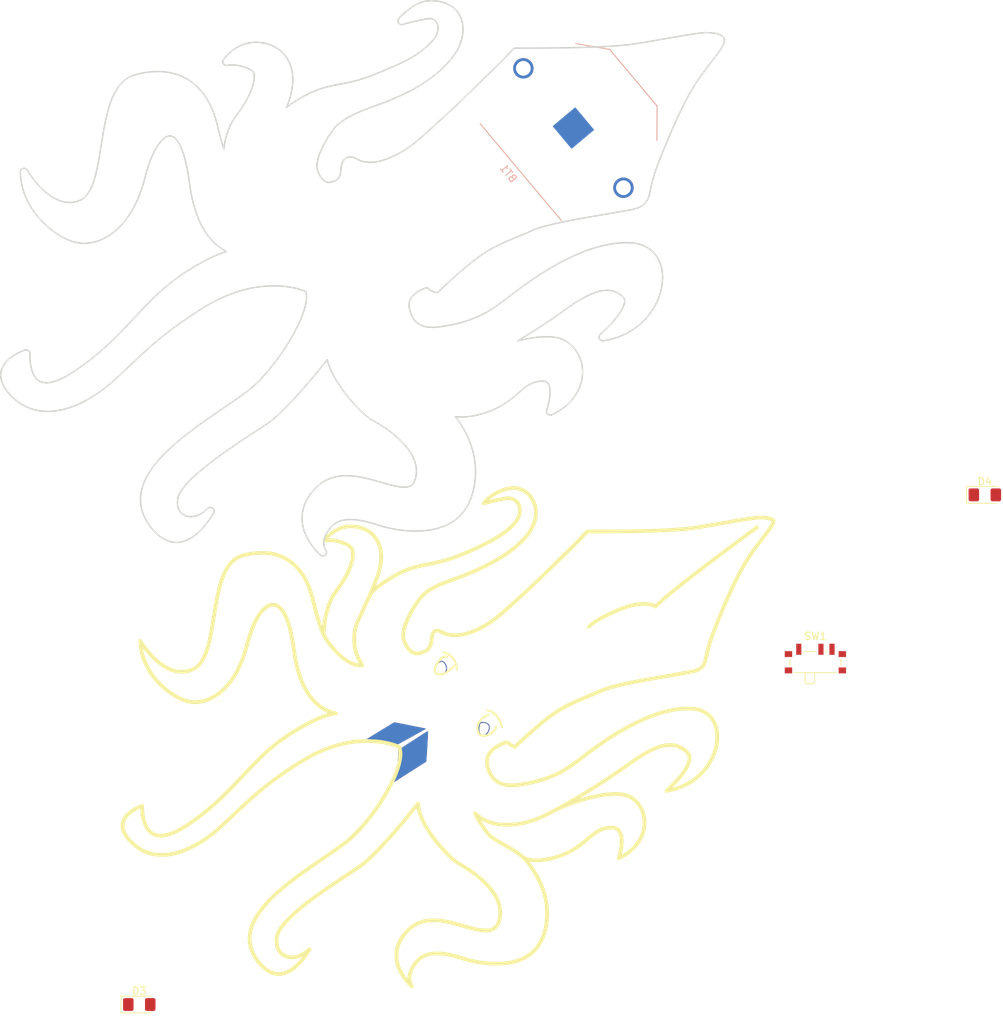
<source format=kicad_pcb>
(kicad_pcb (version 20171130) (host pcbnew 5.1.2-f72e74a~84~ubuntu19.04.1)

  (general
    (thickness 1.6)
    (drawings 183)
    (tracks 0)
    (zones 0)
    (modules 5)
    (nets 4)
  )

  (page A4)
  (layers
    (0 F.Cu signal)
    (31 B.Cu signal)
    (32 B.Adhes user)
    (33 F.Adhes user)
    (34 B.Paste user)
    (35 F.Paste user)
    (36 B.SilkS user)
    (37 F.SilkS user)
    (38 B.Mask user)
    (39 F.Mask user)
    (40 Dwgs.User user)
    (41 Cmts.User user)
    (42 Eco1.User user)
    (43 Eco2.User user)
    (44 Edge.Cuts user)
    (45 Margin user)
    (46 B.CrtYd user)
    (47 F.CrtYd user)
    (48 B.Fab user)
    (49 F.Fab user)
  )

  (setup
    (last_trace_width 0.25)
    (trace_clearance 0.2)
    (zone_clearance 0.508)
    (zone_45_only no)
    (trace_min 0.2)
    (via_size 0.8)
    (via_drill 0.4)
    (via_min_size 0.4)
    (via_min_drill 0.3)
    (uvia_size 0.3)
    (uvia_drill 0.1)
    (uvias_allowed no)
    (uvia_min_size 0.2)
    (uvia_min_drill 0.1)
    (edge_width 0.05)
    (segment_width 0.2)
    (pcb_text_width 0.3)
    (pcb_text_size 1.5 1.5)
    (mod_edge_width 0.12)
    (mod_text_size 1 1)
    (mod_text_width 0.15)
    (pad_size 1.524 1.524)
    (pad_drill 0.762)
    (pad_to_mask_clearance 0.051)
    (solder_mask_min_width 0.25)
    (aux_axis_origin 0 0)
    (visible_elements FFFFFF7F)
    (pcbplotparams
      (layerselection 0x010fc_ffffffff)
      (usegerberextensions false)
      (usegerberattributes false)
      (usegerberadvancedattributes false)
      (creategerberjobfile false)
      (excludeedgelayer true)
      (linewidth 0.100000)
      (plotframeref false)
      (viasonmask false)
      (mode 1)
      (useauxorigin false)
      (hpglpennumber 1)
      (hpglpenspeed 20)
      (hpglpendiameter 15.000000)
      (psnegative false)
      (psa4output false)
      (plotreference true)
      (plotvalue true)
      (plotinvisibletext false)
      (padsonsilk false)
      (subtractmaskfromsilk false)
      (outputformat 1)
      (mirror false)
      (drillshape 1)
      (scaleselection 1)
      (outputdirectory ""))
  )

  (net 0 "")
  (net 1 GND)
  (net 2 +3V0)
  (net 3 "Net-(D1-Pad1)")

  (net_class Default "This is the default net class."
    (clearance 0.2)
    (trace_width 0.25)
    (via_dia 0.8)
    (via_drill 0.4)
    (uvia_dia 0.3)
    (uvia_drill 0.1)
    (add_net +3V0)
    (add_net GND)
    (add_net "Net-(D1-Pad1)")
    (add_net "Net-(SW1-Pad3)")
  )

  (module Button_Switch_SMD:SW_SPDT_PCM12 (layer F.Cu) (tedit 5A02FC95) (tstamp 5D01417A)
    (at 137.384601 116.228)
    (descr "Ultraminiature Surface Mount Slide Switch")
    (path /5D01BB3F)
    (attr smd)
    (fp_text reference SW1 (at 0 -3.2) (layer F.SilkS)
      (effects (font (size 1 1) (thickness 0.15)))
    )
    (fp_text value SW_DPDT_x2 (at 0 4.25) (layer F.Fab)
      (effects (font (size 1 1) (thickness 0.15)))
    )
    (fp_line (start 3.45 0.72) (end 3.45 -0.07) (layer F.SilkS) (width 0.12))
    (fp_line (start -3.45 -0.07) (end -3.45 0.72) (layer F.SilkS) (width 0.12))
    (fp_line (start -1.6 -1.12) (end 0.1 -1.12) (layer F.SilkS) (width 0.12))
    (fp_line (start -2.85 1.73) (end 2.85 1.73) (layer F.SilkS) (width 0.12))
    (fp_line (start -0.1 3.02) (end -0.1 1.73) (layer F.SilkS) (width 0.12))
    (fp_line (start -1.2 3.23) (end -0.3 3.23) (layer F.SilkS) (width 0.12))
    (fp_line (start -1.4 1.73) (end -1.4 3.02) (layer F.SilkS) (width 0.12))
    (fp_line (start -0.1 3.02) (end -0.3 3.23) (layer F.SilkS) (width 0.12))
    (fp_line (start -1.4 3.02) (end -1.2 3.23) (layer F.SilkS) (width 0.12))
    (fp_line (start -4.4 2.1) (end -4.4 -2.45) (layer F.CrtYd) (width 0.05))
    (fp_line (start -1.65 2.1) (end -4.4 2.1) (layer F.CrtYd) (width 0.05))
    (fp_line (start -1.65 3.4) (end -1.65 2.1) (layer F.CrtYd) (width 0.05))
    (fp_line (start 1.65 3.4) (end -1.65 3.4) (layer F.CrtYd) (width 0.05))
    (fp_line (start 1.65 2.1) (end 1.65 3.4) (layer F.CrtYd) (width 0.05))
    (fp_line (start 4.4 2.1) (end 1.65 2.1) (layer F.CrtYd) (width 0.05))
    (fp_line (start 4.4 -2.45) (end 4.4 2.1) (layer F.CrtYd) (width 0.05))
    (fp_line (start -4.4 -2.45) (end 4.4 -2.45) (layer F.CrtYd) (width 0.05))
    (fp_line (start 1.4 -1.12) (end 1.6 -1.12) (layer F.SilkS) (width 0.12))
    (fp_line (start 3.35 -1) (end -3.35 -1) (layer F.Fab) (width 0.1))
    (fp_line (start 3.35 1.6) (end 3.35 -1) (layer F.Fab) (width 0.1))
    (fp_line (start -3.35 1.6) (end 3.35 1.6) (layer F.Fab) (width 0.1))
    (fp_line (start -3.35 -1) (end -3.35 1.6) (layer F.Fab) (width 0.1))
    (fp_line (start -0.1 2.9) (end -0.1 1.6) (layer F.Fab) (width 0.1))
    (fp_line (start -0.15 2.95) (end -0.1 2.9) (layer F.Fab) (width 0.1))
    (fp_line (start -0.35 3.15) (end -0.15 2.95) (layer F.Fab) (width 0.1))
    (fp_line (start -1.2 3.15) (end -0.35 3.15) (layer F.Fab) (width 0.1))
    (fp_line (start -1.4 2.95) (end -1.2 3.15) (layer F.Fab) (width 0.1))
    (fp_line (start -1.4 1.65) (end -1.4 2.95) (layer F.Fab) (width 0.1))
    (fp_text user %R (at 0 -3.2) (layer F.Fab)
      (effects (font (size 1 1) (thickness 0.15)))
    )
    (pad "" smd rect (at -3.65 -0.78) (size 1 0.8) (layers F.Cu F.Paste F.Mask))
    (pad "" smd rect (at 3.65 -0.78) (size 1 0.8) (layers F.Cu F.Paste F.Mask))
    (pad "" smd rect (at 3.65 1.43) (size 1 0.8) (layers F.Cu F.Paste F.Mask))
    (pad "" smd rect (at -3.65 1.43) (size 1 0.8) (layers F.Cu F.Paste F.Mask))
    (pad 3 smd rect (at 2.25 -1.43) (size 0.7 1.5) (layers F.Cu F.Paste F.Mask))
    (pad 2 smd rect (at 0.75 -1.43) (size 0.7 1.5) (layers F.Cu F.Paste F.Mask)
      (net 2 +3V0))
    (pad 1 smd rect (at -2.25 -1.43) (size 0.7 1.5) (layers F.Cu F.Paste F.Mask)
      (net 3 "Net-(D1-Pad1)"))
    (pad "" np_thru_hole circle (at 1.5 0.33) (size 0.9 0.9) (drill 0.9) (layers *.Cu *.Mask))
    (pad "" np_thru_hole circle (at -1.5 0.33) (size 0.9 0.9) (drill 0.9) (layers *.Cu *.Mask))
    (model ${KISYS3DMOD}/Button_Switch_SMD.3dshapes/SW_SPDT_PCM12.wrl
      (at (xyz 0 0 0))
      (scale (xyz 1 1 1))
      (rotate (xyz 0 0 0))
    )
  )

  (module LED_SMD:LED_1206_3216Metric_Pad1.42x1.75mm_HandSolder (layer F.Cu) (tedit 5B4B45C9) (tstamp 5D014150)
    (at 160.339601 93.898)
    (descr "LED SMD 1206 (3216 Metric), square (rectangular) end terminal, IPC_7351 nominal, (Body size source: http://www.tortai-tech.com/upload/download/2011102023233369053.pdf), generated with kicad-footprint-generator")
    (tags "LED handsolder")
    (path /5CFF14FE)
    (attr smd)
    (fp_text reference D4 (at 0 -1.82) (layer F.SilkS)
      (effects (font (size 1 1) (thickness 0.15)))
    )
    (fp_text value LED (at 0 1.82) (layer F.Fab)
      (effects (font (size 1 1) (thickness 0.15)))
    )
    (fp_text user %R (at 0 0) (layer F.Fab)
      (effects (font (size 0.8 0.8) (thickness 0.12)))
    )
    (fp_line (start 2.45 1.12) (end -2.45 1.12) (layer F.CrtYd) (width 0.05))
    (fp_line (start 2.45 -1.12) (end 2.45 1.12) (layer F.CrtYd) (width 0.05))
    (fp_line (start -2.45 -1.12) (end 2.45 -1.12) (layer F.CrtYd) (width 0.05))
    (fp_line (start -2.45 1.12) (end -2.45 -1.12) (layer F.CrtYd) (width 0.05))
    (fp_line (start -2.46 1.135) (end 1.6 1.135) (layer F.SilkS) (width 0.12))
    (fp_line (start -2.46 -1.135) (end -2.46 1.135) (layer F.SilkS) (width 0.12))
    (fp_line (start 1.6 -1.135) (end -2.46 -1.135) (layer F.SilkS) (width 0.12))
    (fp_line (start 1.6 0.8) (end 1.6 -0.8) (layer F.Fab) (width 0.1))
    (fp_line (start -1.6 0.8) (end 1.6 0.8) (layer F.Fab) (width 0.1))
    (fp_line (start -1.6 -0.4) (end -1.6 0.8) (layer F.Fab) (width 0.1))
    (fp_line (start -1.2 -0.8) (end -1.6 -0.4) (layer F.Fab) (width 0.1))
    (fp_line (start 1.6 -0.8) (end -1.2 -0.8) (layer F.Fab) (width 0.1))
    (pad 2 smd roundrect (at 1.4875 0) (size 1.425 1.75) (layers F.Cu F.Paste F.Mask) (roundrect_rratio 0.175439)
      (net 3 "Net-(D1-Pad1)"))
    (pad 1 smd roundrect (at -1.4875 0) (size 1.425 1.75) (layers F.Cu F.Paste F.Mask) (roundrect_rratio 0.175439)
      (net 1 GND))
    (model ${KISYS3DMOD}/LED_SMD.3dshapes/LED_1206_3216Metric.wrl
      (at (xyz 0 0 0))
      (scale (xyz 1 1 1))
      (rotate (xyz 0 0 0))
    )
  )

  (module LED_SMD:LED_1206_3216Metric_Pad1.42x1.75mm_HandSolder (layer F.Cu) (tedit 5B4B45C9) (tstamp 5D01413D)
    (at 45.779601 162.888)
    (descr "LED SMD 1206 (3216 Metric), square (rectangular) end terminal, IPC_7351 nominal, (Body size source: http://www.tortai-tech.com/upload/download/2011102023233369053.pdf), generated with kicad-footprint-generator")
    (tags "LED handsolder")
    (path /5CFF167D)
    (attr smd)
    (fp_text reference D3 (at 0 -1.82) (layer F.SilkS)
      (effects (font (size 1 1) (thickness 0.15)))
    )
    (fp_text value LED (at 0 1.82) (layer F.Fab)
      (effects (font (size 1 1) (thickness 0.15)))
    )
    (fp_text user %R (at 0 0) (layer F.Fab)
      (effects (font (size 0.8 0.8) (thickness 0.12)))
    )
    (fp_line (start 2.45 1.12) (end -2.45 1.12) (layer F.CrtYd) (width 0.05))
    (fp_line (start 2.45 -1.12) (end 2.45 1.12) (layer F.CrtYd) (width 0.05))
    (fp_line (start -2.45 -1.12) (end 2.45 -1.12) (layer F.CrtYd) (width 0.05))
    (fp_line (start -2.45 1.12) (end -2.45 -1.12) (layer F.CrtYd) (width 0.05))
    (fp_line (start -2.46 1.135) (end 1.6 1.135) (layer F.SilkS) (width 0.12))
    (fp_line (start -2.46 -1.135) (end -2.46 1.135) (layer F.SilkS) (width 0.12))
    (fp_line (start 1.6 -1.135) (end -2.46 -1.135) (layer F.SilkS) (width 0.12))
    (fp_line (start 1.6 0.8) (end 1.6 -0.8) (layer F.Fab) (width 0.1))
    (fp_line (start -1.6 0.8) (end 1.6 0.8) (layer F.Fab) (width 0.1))
    (fp_line (start -1.6 -0.4) (end -1.6 0.8) (layer F.Fab) (width 0.1))
    (fp_line (start -1.2 -0.8) (end -1.6 -0.4) (layer F.Fab) (width 0.1))
    (fp_line (start 1.6 -0.8) (end -1.2 -0.8) (layer F.Fab) (width 0.1))
    (pad 2 smd roundrect (at 1.4875 0) (size 1.425 1.75) (layers F.Cu F.Paste F.Mask) (roundrect_rratio 0.175439)
      (net 3 "Net-(D1-Pad1)"))
    (pad 1 smd roundrect (at -1.4875 0) (size 1.425 1.75) (layers F.Cu F.Paste F.Mask) (roundrect_rratio 0.175439)
      (net 1 GND))
    (model ${KISYS3DMOD}/LED_SMD.3dshapes/LED_1206_3216Metric.wrl
      (at (xyz 0 0 0))
      (scale (xyz 1 1 1))
      (rotate (xyz 0 0 0))
    )
  )

  (module sepiapcb:sepia_footrprint_pcb (layer F.Cu) (tedit 5D000AB2) (tstamp 5D01412A)
    (at 87.367507 130.013061)
    (path /5D017E85)
    (fp_text reference D1 (at 0 0) (layer F.SilkS) hide
      (effects (font (size 1.27 1.27) (thickness 0.15)))
    )
    (fp_text value LED_Dual_AACC (at 0 41.91) (layer F.SilkS) hide
      (effects (font (size 1.27 1.27) (thickness 0.15)))
    )
    (fp_poly (pts (xy 42.243351 -31.856905) (xy 42.31728 -31.747487) (xy 42.364655 -31.664899) (xy 42.374234 -31.637246)
      (xy 42.340982 -31.603827) (xy 42.248033 -31.527851) (xy 42.104401 -31.416231) (xy 41.919103 -31.275878)
      (xy 41.701153 -31.113703) (xy 41.47465 -30.947599) (xy 41.228169 -30.767229) (xy 40.922354 -30.542083)
      (xy 40.565486 -30.278343) (xy 40.165847 -29.98219) (xy 39.731718 -29.659806) (xy 39.27138 -29.317373)
      (xy 38.793114 -28.961072) (xy 38.305202 -28.597085) (xy 37.815924 -28.231593) (xy 37.333562 -27.870778)
      (xy 36.866398 -27.520822) (xy 36.422712 -27.187905) (xy 36.010786 -26.87821) (xy 35.6389 -26.597918)
      (xy 35.315337 -26.353211) (xy 35.073167 -26.169177) (xy 34.311194 -25.586117) (xy 33.584042 -25.025382)
      (xy 32.894374 -24.489145) (xy 32.244857 -23.97958) (xy 31.638155 -23.498861) (xy 31.076934 -23.049161)
      (xy 30.563859 -22.632654) (xy 30.101596 -22.251513) (xy 29.69281 -21.907912) (xy 29.340165 -21.604025)
      (xy 29.046328 -21.342025) (xy 28.813964 -21.124087) (xy 28.645737 -20.952382) (xy 28.573756 -20.868763)
      (xy 28.490799 -20.772508) (xy 28.425573 -20.711828) (xy 28.40399 -20.701) (xy 28.349141 -20.722997)
      (xy 28.254441 -20.778382) (xy 28.21084 -20.807036) (xy 27.973552 -20.928635) (xy 27.670144 -21.021249)
      (xy 27.314785 -21.082775) (xy 26.921642 -21.111107) (xy 26.504883 -21.104141) (xy 26.313471 -21.088935)
      (xy 25.861038 -21.031816) (xy 25.408465 -20.948759) (xy 24.94539 -20.836467) (xy 24.461448 -20.69164)
      (xy 23.946277 -20.510981) (xy 23.389514 -20.29119) (xy 22.780797 -20.02897) (xy 22.310201 -19.814678)
      (xy 21.730752 -19.536844) (xy 21.207799 -19.267716) (xy 20.746068 -19.010093) (xy 20.35029 -18.766771)
      (xy 20.025192 -18.540549) (xy 19.775502 -18.334224) (xy 19.72363 -18.284297) (xy 19.633633 -18.197417)
      (xy 19.573479 -18.145316) (xy 19.558 -18.137955) (xy 19.522602 -18.137073) (xy 19.43324 -18.112419)
      (xy 19.383344 -18.095622) (xy 19.204842 -18.044551) (xy 19.094503 -18.041698) (xy 19.050885 -18.087077)
      (xy 19.05 -18.099186) (xy 19.084964 -18.233386) (xy 19.183811 -18.399599) (xy 19.33747 -18.586866)
      (xy 19.536874 -18.78423) (xy 19.772953 -18.980732) (xy 19.790834 -18.994336) (xy 20.034431 -19.163472)
      (xy 20.345968 -19.355809) (xy 20.713855 -19.565504) (xy 21.1265 -19.786715) (xy 21.572314 -20.0136)
      (xy 22.039706 -20.240318) (xy 22.517086 -20.461027) (xy 22.992864 -20.669885) (xy 23.455448 -20.86105)
      (xy 23.632295 -20.930521) (xy 24.308733 -21.16911) (xy 24.968968 -21.357036) (xy 25.605812 -21.493465)
      (xy 26.212078 -21.577562) (xy 26.780576 -21.608494) (xy 27.30412 -21.585426) (xy 27.775521 -21.507525)
      (xy 28.015394 -21.439187) (xy 28.328981 -21.333919) (xy 28.631907 -21.624581) (xy 28.914914 -21.887058)
      (xy 29.265621 -22.196572) (xy 29.682262 -22.551757) (xy 30.163071 -22.951246) (xy 30.706283 -23.393675)
      (xy 31.31013 -23.877675) (xy 31.972846 -24.401883) (xy 32.692666 -24.964931) (xy 33.467822 -25.565454)
      (xy 34.29655 -26.202085) (xy 35.177082 -26.873459) (xy 36.107653 -27.57821) (xy 37.086496 -28.314971)
      (xy 38.111845 -29.082376) (xy 39.181933 -29.879061) (xy 40.294996 -30.703657) (xy 41.449266 -31.554801)
      (xy 41.894101 -31.881809) (xy 42.111036 -32.04115) (xy 42.243351 -31.856905)) (layer F.SilkS) (width 0.01))
    (fp_poly (pts (xy -0.137277 -14.894301) (xy 0.061922 -14.817004) (xy 0.211667 -14.747354) (xy 0.500883 -14.571763)
      (xy 0.779101 -14.341872) (xy 1.02465 -14.078947) (xy 1.215856 -13.804256) (xy 1.262679 -13.716)
      (xy 1.370918 -13.456884) (xy 1.462357 -13.168604) (xy 1.52915 -12.881419) (xy 1.563449 -12.625588)
      (xy 1.566334 -12.545061) (xy 1.564018 -12.414416) (xy 1.549151 -12.347288) (xy 1.509852 -12.322531)
      (xy 1.439334 -12.319) (xy 1.354361 -12.327106) (xy 1.319241 -12.36846) (xy 1.312334 -12.468614)
      (xy 1.312334 -12.468951) (xy 1.296016 -12.664575) (xy 1.252051 -12.906001) (xy 1.187921 -13.161998)
      (xy 1.111111 -13.401333) (xy 1.056717 -13.535849) (xy 0.900308 -13.802978) (xy 0.685654 -14.059453)
      (xy 0.430711 -14.290485) (xy 0.153433 -14.481284) (xy -0.128222 -14.61706) (xy -0.323004 -14.672325)
      (xy -0.424072 -14.703313) (xy -0.450723 -14.747955) (xy -0.447038 -14.761816) (xy -0.424918 -14.861518)
      (xy -0.423333 -14.889168) (xy -0.388638 -14.932334) (xy -0.290375 -14.933395) (xy -0.137277 -14.894301)) (layer F.SilkS) (width 0.01))
    (fp_poly (pts (xy 0.05063 -14.334071) (xy 0.193195 -14.260843) (xy 0.229675 -14.22749) (xy 0.275369 -14.167528)
      (xy 0.263647 -14.125381) (xy 0.191891 -14.072852) (xy 0.099833 -14.027314) (xy 0.040133 -14.04075)
      (xy 0.031693 -14.048374) (xy -0.062942 -14.090225) (xy -0.198534 -14.089568) (xy -0.344158 -14.048639)
      (xy -0.406296 -14.016722) (xy -0.593673 -13.870514) (xy -0.789247 -13.663364) (xy -0.979847 -13.415226)
      (xy -1.152306 -13.146055) (xy -1.293454 -12.875805) (xy -1.390122 -12.624431) (xy -1.423635 -12.475162)
      (xy -1.420928 -12.278489) (xy -1.348903 -12.128432) (xy -1.20321 -12.017316) (xy -1.15029 -11.992832)
      (xy -0.982146 -11.953623) (xy -0.770031 -11.947597) (xy -0.546776 -11.972303) (xy -0.345214 -12.025287)
      (xy -0.268342 -12.058726) (xy -0.139604 -12.135607) (xy 0.023575 -12.248072) (xy 0.20575 -12.383706)
      (xy 0.391481 -12.530095) (xy 0.565324 -12.674824) (xy 0.711837 -12.805478) (xy 0.815577 -12.909642)
      (xy 0.855776 -12.962457) (xy 0.945393 -13.093422) (xy 1.029188 -13.159323) (xy 1.096453 -13.158103)
      (xy 1.136477 -13.087705) (xy 1.143 -13.017622) (xy 1.123113 -12.908392) (xy 1.059067 -12.789331)
      (xy 0.944289 -12.653134) (xy 0.772204 -12.492495) (xy 0.536238 -12.300109) (xy 0.410104 -12.203233)
      (xy 0.163587 -12.022351) (xy -0.038865 -11.890545) (xy -0.215715 -11.799802) (xy -0.385423 -11.742109)
      (xy -0.566451 -11.709453) (xy -0.762 -11.69449) (xy -0.950718 -11.689211) (xy -1.083239 -11.696746)
      (xy -1.187591 -11.72128) (xy -1.291803 -11.766999) (xy -1.309855 -11.776308) (xy -1.500106 -11.905054)
      (xy -1.618628 -12.062626) (xy -1.677615 -12.266651) (xy -1.683523 -12.316468) (xy -1.671119 -12.546455)
      (xy -1.598771 -12.814573) (xy -1.473226 -13.106797) (xy -1.301232 -13.409099) (xy -1.089539 -13.707453)
      (xy -0.915515 -13.912835) (xy -0.734281 -14.097099) (xy -0.574117 -14.224295) (xy -0.412642 -14.31002)
      (xy -0.279974 -14.355691) (xy -0.120067 -14.368951) (xy 0.05063 -14.334071)) (layer F.SilkS) (width 0.01))
    (fp_poly (pts (xy 5.538653 -7.067933) (xy 5.644544 -7.058199) (xy 5.980962 -6.982406) (xy 6.310992 -6.829476)
      (xy 6.625332 -6.606888) (xy 6.914678 -6.322122) (xy 7.169729 -5.982656) (xy 7.329455 -5.703534)
      (xy 7.403625 -5.542797) (xy 7.48016 -5.35388) (xy 7.552954 -5.155059) (xy 7.615901 -4.96461)
      (xy 7.662896 -4.800805) (xy 7.687833 -4.681922) (xy 7.687716 -4.631221) (xy 7.632348 -4.584922)
      (xy 7.565587 -4.572) (xy 7.512853 -4.581389) (xy 7.471085 -4.620315) (xy 7.430476 -4.704918)
      (xy 7.381221 -4.851337) (xy 7.366226 -4.900083) (xy 7.202916 -5.341104) (xy 6.99811 -5.737407)
      (xy 6.758062 -6.082081) (xy 6.489029 -6.368215) (xy 6.197263 -6.588898) (xy 5.889022 -6.73722)
      (xy 5.649256 -6.797049) (xy 5.527617 -6.826772) (xy 5.465288 -6.866813) (xy 5.461 -6.880511)
      (xy 5.446421 -6.966792) (xy 5.432751 -7.009358) (xy 5.425205 -7.05004) (xy 5.454811 -7.068252)
      (xy 5.538653 -7.067933)) (layer F.SilkS) (width 0.01))
    (fp_poly (pts (xy 5.783047 -6.443787) (xy 5.824416 -6.369411) (xy 5.846372 -6.291765) (xy 5.836501 -6.250741)
      (xy 5.793765 -6.228638) (xy 5.693629 -6.179068) (xy 5.554959 -6.111343) (xy 5.503015 -6.08614)
      (xy 5.149596 -5.878442) (xy 4.854185 -5.629134) (xy 4.623037 -5.346182) (xy 4.46241 -5.037557)
      (xy 4.378561 -4.711226) (xy 4.371616 -4.645299) (xy 4.375582 -4.359767) (xy 4.430926 -4.101146)
      (xy 4.532319 -3.88817) (xy 4.615561 -3.787657) (xy 4.686628 -3.725082) (xy 4.754736 -3.687621)
      (xy 4.844186 -3.668874) (xy 4.97928 -3.662443) (xy 5.093363 -3.661833) (xy 5.280679 -3.665949)
      (xy 5.422608 -3.684014) (xy 5.556545 -3.724609) (xy 5.719882 -3.796311) (xy 5.757334 -3.814163)
      (xy 6.001026 -3.949852) (xy 6.219401 -4.106961) (xy 6.402262 -4.274635) (xy 6.539413 -4.442019)
      (xy 6.620657 -4.598256) (xy 6.635798 -4.732492) (xy 6.632797 -4.74619) (xy 6.645728 -4.818275)
      (xy 6.704 -4.880847) (xy 6.780597 -4.918427) (xy 6.848501 -4.915535) (xy 6.875039 -4.88499)
      (xy 6.904146 -4.694816) (xy 6.857847 -4.487154) (xy 6.741309 -4.270531) (xy 6.5597 -4.053472)
      (xy 6.318184 -3.844504) (xy 6.190053 -3.754536) (xy 5.848872 -3.56174) (xy 5.511548 -3.432114)
      (xy 5.189149 -3.368293) (xy 4.892744 -3.372912) (xy 4.735867 -3.408382) (xy 4.51013 -3.522694)
      (xy 4.331968 -3.703147) (xy 4.204327 -3.943932) (xy 4.130154 -4.23924) (xy 4.112393 -4.583264)
      (xy 4.1145 -4.633554) (xy 4.161914 -4.975597) (xy 4.270878 -5.282058) (xy 4.448972 -5.568814)
      (xy 4.689236 -5.83758) (xy 4.835853 -5.965953) (xy 5.014759 -6.099716) (xy 5.20812 -6.228002)
      (xy 5.398098 -6.339943) (xy 5.566858 -6.424672) (xy 5.696564 -6.47132) (xy 5.738653 -6.477)
      (xy 5.783047 -6.443787)) (layer F.SilkS) (width 0.01))
    (fp_poly (pts (xy 9.663834 -37.260636) (xy 9.875805 -37.214626) (xy 10.3341 -37.052848) (xy 10.765248 -36.816642)
      (xy 11.161997 -36.513874) (xy 11.517095 -36.152413) (xy 11.823288 -35.740125) (xy 12.073325 -35.284879)
      (xy 12.259952 -34.794541) (xy 12.322176 -34.56082) (xy 12.381874 -34.186714) (xy 12.403731 -33.768332)
      (xy 12.388732 -33.336637) (xy 12.337863 -32.922591) (xy 12.259128 -32.580175) (xy 12.083087 -32.068823)
      (xy 11.866611 -31.585916) (xy 11.60233 -31.119981) (xy 11.282872 -30.659542) (xy 10.900865 -30.193126)
      (xy 10.448937 -29.709259) (xy 10.35231 -29.612166) (xy 9.773853 -29.071188) (xy 9.141564 -28.547603)
      (xy 8.449564 -28.037361) (xy 7.691974 -27.536413) (xy 6.862914 -27.040708) (xy 5.956506 -26.546196)
      (xy 5.736167 -26.432044) (xy 5.248656 -26.185681) (xy 4.77688 -25.955861) (xy 4.308576 -25.737361)
      (xy 3.831479 -25.524961) (xy 3.333325 -25.313439) (xy 2.801849 -25.097575) (xy 2.224787 -24.872146)
      (xy 1.589874 -24.631933) (xy 0.967925 -24.402106) (xy 0.353219 -24.173936) (xy -0.187718 -23.96589)
      (xy -0.662306 -23.774086) (xy -1.077969 -23.594642) (xy -1.442127 -23.423677) (xy -1.762204 -23.257308)
      (xy -2.045622 -23.091654) (xy -2.299802 -22.922834) (xy -2.532167 -22.746966) (xy -2.75014 -22.560168)
      (xy -2.961141 -22.358558) (xy -2.9845 -22.335052) (xy -3.29724 -21.99188) (xy -3.609782 -21.598342)
      (xy -3.916958 -21.164717) (xy -4.213599 -20.701286) (xy -4.494539 -20.218329) (xy -4.754608 -19.726124)
      (xy -4.98864 -19.234953) (xy -5.191467 -18.755095) (xy -5.357921 -18.29683) (xy -5.482833 -17.870438)
      (xy -5.561037 -17.486198) (xy -5.587374 -17.157368) (xy -5.553945 -16.805453) (xy -5.461373 -16.439071)
      (xy -5.318642 -16.076245) (xy -5.134733 -15.734998) (xy -4.91863 -15.43335) (xy -4.679315 -15.189326)
      (xy -4.562011 -15.100099) (xy -4.343446 -14.970102) (xy -4.145903 -14.900435) (xy -3.93873 -14.885043)
      (xy -3.691275 -14.917874) (xy -3.665616 -14.923063) (xy -3.298509 -15.01622) (xy -2.997505 -15.135081)
      (xy -2.755655 -15.288133) (xy -2.566011 -15.483862) (xy -2.421622 -15.730752) (xy -2.315539 -16.03729)
      (xy -2.240813 -16.411963) (xy -2.204657 -16.70705) (xy -2.166453 -17.018433) (xy -2.118233 -17.261608)
      (xy -2.054335 -17.452923) (xy -1.969099 -17.608724) (xy -1.856863 -17.745358) (xy -1.83862 -17.763941)
      (xy -1.693655 -17.886541) (xy -1.542648 -17.959257) (xy -1.361889 -17.989008) (xy -1.127664 -17.982713)
      (xy -1.097758 -17.98013) (xy -0.935663 -17.953703) (xy -0.769167 -17.89862) (xy -0.571483 -17.805256)
      (xy -0.489799 -17.761661) (xy -0.15034 -17.599741) (xy 0.196378 -17.484643) (xy 0.573966 -17.410308)
      (xy 1.006034 -17.37068) (xy 1.040686 -17.368966) (xy 1.465651 -17.366497) (xy 1.880082 -17.402566)
      (xy 2.306788 -17.480742) (xy 2.768581 -17.604594) (xy 2.9845 -17.673073) (xy 3.816296 -17.986509)
      (xy 4.642358 -18.373904) (xy 5.444667 -18.825448) (xy 6.205205 -19.331328) (xy 6.646887 -19.667181)
      (xy 6.880917 -19.859043) (xy 7.169471 -20.102848) (xy 7.505559 -20.392361) (xy 7.882194 -20.721346)
      (xy 8.292387 -21.083567) (xy 8.729151 -21.472787) (xy 9.185498 -21.882772) (xy 9.654439 -22.307285)
      (xy 10.128987 -22.740089) (xy 10.602154 -23.17495) (xy 11.066951 -23.60563) (xy 11.217354 -23.745818)
      (xy 11.528631 -24.03803) (xy 11.87703 -24.367986) (xy 12.25733 -24.73057) (xy 12.664309 -25.120663)
      (xy 13.092743 -25.533147) (xy 13.537412 -25.962906) (xy 13.993093 -26.404821) (xy 14.454565 -26.853775)
      (xy 14.916604 -27.304651) (xy 15.37399 -27.75233) (xy 15.8215 -28.191695) (xy 16.253912 -28.617629)
      (xy 16.666004 -29.025014) (xy 17.052553 -29.408732) (xy 17.408339 -29.763666) (xy 17.728138 -30.084698)
      (xy 18.00673 -30.36671) (xy 18.238891 -30.604586) (xy 18.419399 -30.793206) (xy 18.525045 -30.907348)
      (xy 18.967566 -31.398197) (xy 22.7447 -31.425049) (xy 23.732347 -31.432955) (xy 24.642415 -31.442187)
      (xy 25.481984 -31.452959) (xy 26.258133 -31.465483) (xy 26.977943 -31.479973) (xy 27.648494 -31.496642)
      (xy 28.276865 -31.515703) (xy 28.870137 -31.53737) (xy 29.435389 -31.561855) (xy 29.979702 -31.589371)
      (xy 30.510156 -31.620133) (xy 31.03383 -31.654352) (xy 31.517167 -31.689181) (xy 31.811016 -31.711623)
      (xy 32.082547 -31.733457) (xy 32.338649 -31.755684) (xy 32.586212 -31.779302) (xy 32.832123 -31.80531)
      (xy 33.083272 -31.834706) (xy 33.346546 -31.86849) (xy 33.628836 -31.907662) (xy 33.937028 -31.953219)
      (xy 34.278013 -32.00616) (xy 34.658678 -32.067486) (xy 35.085913 -32.138194) (xy 35.566605 -32.219284)
      (xy 36.107644 -32.311755) (xy 36.715919 -32.416606) (xy 37.398318 -32.534835) (xy 37.650871 -32.57868)
      (xy 38.42592 -32.712482) (xy 39.121786 -32.830884) (xy 39.742424 -32.934495) (xy 40.291788 -33.023925)
      (xy 40.773835 -33.099782) (xy 41.19252 -33.162676) (xy 41.551799 -33.213217) (xy 41.855626 -33.252013)
      (xy 42.107958 -33.279675) (xy 42.312167 -33.296772) (xy 42.543711 -33.3025) (xy 42.829031 -33.294579)
      (xy 43.138537 -33.274126) (xy 43.290688 -33.259803) (xy 43.554203 -33.229716) (xy 43.752511 -33.199747)
      (xy 43.904962 -33.165768) (xy 44.030908 -33.123649) (xy 44.124249 -33.081976) (xy 44.343196 -32.958005)
      (xy 44.487256 -32.832981) (xy 44.565644 -32.696099) (xy 44.587614 -32.538732) (xy 44.576899 -32.42335)
      (xy 44.545724 -32.296256) (xy 44.490491 -32.151668) (xy 44.407601 -31.983801) (xy 44.293454 -31.786871)
      (xy 44.144453 -31.555095) (xy 43.956999 -31.28269) (xy 43.727492 -30.963872) (xy 43.452334 -30.592857)
      (xy 43.127927 -30.163861) (xy 43.030019 -30.0355) (xy 42.697959 -29.599812) (xy 42.411629 -29.22169)
      (xy 42.164462 -28.892111) (xy 41.949895 -28.602056) (xy 41.761362 -28.342501) (xy 41.592298 -28.104427)
      (xy 41.43614 -27.878812) (xy 41.286321 -27.656633) (xy 41.163622 -27.470726) (xy 40.757061 -26.822915)
      (xy 40.339935 -26.105501) (xy 39.911425 -25.316797) (xy 39.470711 -24.455118) (xy 39.016976 -23.518777)
      (xy 38.549399 -22.506089) (xy 38.067163 -21.415367) (xy 37.569448 -20.244926) (xy 37.104158 -19.1135)
      (xy 36.845912 -18.4711) (xy 36.61931 -17.895331) (xy 36.420908 -17.375769) (xy 36.247266 -16.901991)
      (xy 36.094941 -16.463573) (xy 35.960493 -16.050089) (xy 35.840478 -15.651118) (xy 35.731455 -15.256234)
      (xy 35.629983 -14.855014) (xy 35.532619 -14.437034) (xy 35.477729 -14.187698) (xy 35.400385 -13.850978)
      (xy 35.32372 -13.556784) (xy 35.251502 -13.318512) (xy 35.187499 -13.14956) (xy 35.182916 -13.139587)
      (xy 34.979955 -12.803021) (xy 34.710967 -12.519237) (xy 34.376424 -12.288614) (xy 33.976797 -12.111529)
      (xy 33.8455 -12.06926) (xy 33.698942 -12.031599) (xy 33.472029 -11.981625) (xy 33.16808 -11.919951)
      (xy 32.790413 -11.847195) (xy 32.342348 -11.763969) (xy 31.827202 -11.670891) (xy 31.248294 -11.568575)
      (xy 30.608944 -11.457637) (xy 29.912469 -11.338691) (xy 29.823834 -11.323676) (xy 28.763808 -11.142203)
      (xy 27.784298 -10.970127) (xy 26.881769 -10.806651) (xy 26.052684 -10.650977) (xy 25.293509 -10.502309)
      (xy 24.600708 -10.35985) (xy 23.970747 -10.222803) (xy 23.400089 -10.09037) (xy 22.885199 -9.961755)
      (xy 22.422543 -9.836161) (xy 22.008584 -9.712791) (xy 21.639789 -9.590848) (xy 21.31262 -9.469534)
      (xy 21.023543 -9.348053) (xy 20.987114 -9.331538) (xy 20.7698 -9.23406) (xy 20.500778 -9.116368)
      (xy 20.206827 -8.990012) (xy 19.914721 -8.866541) (xy 19.754082 -8.79972) (xy 19.056307 -8.509693)
      (xy 18.430077 -8.24476) (xy 17.867515 -8.000683) (xy 17.360741 -7.773224) (xy 16.901878 -7.558147)
      (xy 16.483047 -7.351213) (xy 16.09637 -7.148185) (xy 15.733968 -6.944826) (xy 15.387964 -6.736898)
      (xy 15.050479 -6.520164) (xy 14.713635 -6.290386) (xy 14.369553 -6.043327) (xy 14.010355 -5.774749)
      (xy 13.730247 -5.559705) (xy 13.346139 -5.255146) (xy 12.914846 -4.900769) (xy 12.448496 -4.507172)
      (xy 11.959219 -4.084953) (xy 11.459145 -3.644711) (xy 10.960402 -3.197044) (xy 10.475121 -2.75255)
      (xy 10.01543 -2.321827) (xy 9.913446 -2.224724) (xy 9.721158 -2.042247) (xy 9.578599 -1.911314)
      (xy 9.475086 -1.824149) (xy 9.399935 -1.772977) (xy 9.342465 -1.75002) (xy 9.291991 -1.747504)
      (xy 9.26388 -1.751907) (xy 9.086568 -1.807497) (xy 8.875543 -1.903559) (xy 8.66043 -2.024381)
      (xy 8.470854 -2.154249) (xy 8.408189 -2.205756) (xy 8.296738 -2.301112) (xy 8.221036 -2.349386)
      (xy 8.153498 -2.359688) (xy 8.06654 -2.341123) (xy 8.03012 -2.330577) (xy 7.838585 -2.262272)
      (xy 7.602623 -2.16007) (xy 7.348327 -2.036933) (xy 7.101788 -1.90582) (xy 6.889099 -1.779694)
      (xy 6.797804 -1.718435) (xy 6.447875 -1.428924) (xy 6.163123 -1.108995) (xy 5.949583 -0.76698)
      (xy 5.813286 -0.411211) (xy 5.794441 -0.332741) (xy 5.763864 -0.019813) (xy 5.793789 0.343918)
      (xy 5.88332 0.750961) (xy 5.950001 0.967911) (xy 6.141701 1.443415) (xy 6.376786 1.847922)
      (xy 6.659307 2.185411) (xy 6.993316 2.459862) (xy 7.382865 2.675253) (xy 7.832007 2.835563)
      (xy 7.859524 2.843134) (xy 8.192345 2.905851) (xy 8.592612 2.934659) (xy 9.050955 2.931247)
      (xy 9.558 2.897303) (xy 10.104376 2.834515) (xy 10.680709 2.744574) (xy 11.277629 2.629167)
      (xy 11.885761 2.489984) (xy 12.495735 2.328713) (xy 13.098178 2.147042) (xy 13.683718 1.946662)
      (xy 14.242982 1.729259) (xy 14.392756 1.665926) (xy 14.788308 1.488518) (xy 15.170357 1.301756)
      (xy 15.548573 1.099589) (xy 15.93263 0.875966) (xy 16.3322 0.624835) (xy 16.756957 0.340144)
      (xy 17.216572 0.015843) (xy 17.720718 -0.35412) (xy 18.203334 -0.718036) (xy 19.018346 -1.332662)
      (xy 19.780516 -1.894419) (xy 20.498118 -2.409034) (xy 21.179427 -2.882233) (xy 21.832715 -3.31974)
      (xy 22.466257 -3.727282) (xy 23.088328 -4.110585) (xy 23.219834 -4.189462) (xy 24.348977 -4.837679)
      (xy 25.441652 -5.412008) (xy 26.500733 -5.91353) (xy 27.529092 -6.34333) (xy 28.529603 -6.70249)
      (xy 29.50514 -6.992092) (xy 30.458576 -7.21322) (xy 31.392784 -7.366955) (xy 31.767344 -7.410395)
      (xy 32.09244 -7.434438) (xy 32.451883 -7.44565) (xy 32.826318 -7.444717) (xy 33.196391 -7.432326)
      (xy 33.542748 -7.409164) (xy 33.846036 -7.375916) (xy 34.0869 -7.33327) (xy 34.111942 -7.32724)
      (xy 34.663057 -7.150837) (xy 35.15767 -6.911409) (xy 35.596129 -6.608675) (xy 35.978783 -6.24235)
      (xy 36.30598 -5.812152) (xy 36.573605 -5.327376) (xy 36.779172 -4.789792) (xy 36.912607 -4.217273)
      (xy 36.975377 -3.616741) (xy 36.968947 -2.995116) (xy 36.894783 -2.359319) (xy 36.754348 -1.716273)
      (xy 36.549111 -1.072899) (xy 36.280535 -0.436118) (xy 35.950086 0.187149) (xy 35.55923 0.78998)
      (xy 35.172245 1.291167) (xy 34.609516 1.899838) (xy 33.993808 2.442838) (xy 33.326883 2.919086)
      (xy 32.610504 3.327499) (xy 31.846432 3.666997) (xy 31.03643 3.936497) (xy 30.730551 4.017003)
      (xy 30.402387 4.094273) (xy 30.145903 4.146582) (xy 29.952174 4.174868) (xy 29.81227 4.180071)
      (xy 29.717267 4.16313) (xy 29.662421 4.129374) (xy 29.61092 4.068049) (xy 29.586826 4.005547)
      (xy 29.595351 3.933667) (xy 29.641705 3.844208) (xy 29.731096 3.728971) (xy 29.868734 3.579755)
      (xy 30.05983 3.388358) (xy 30.250986 3.202934) (xy 30.783183 2.671372) (xy 31.253384 2.161882)
      (xy 31.6604 1.676599) (xy 32.003042 1.217659) (xy 32.280124 0.787197) (xy 32.490456 0.387348)
      (xy 32.63285 0.020248) (xy 32.706117 -0.311968) (xy 32.709069 -0.607164) (xy 32.640519 -0.863206)
      (xy 32.577687 -0.977955) (xy 32.4231 -1.159909) (xy 32.203425 -1.347584) (xy 31.936562 -1.529915)
      (xy 31.640408 -1.695837) (xy 31.332862 -1.834284) (xy 31.031822 -1.934191) (xy 31.030334 -1.934583)
      (xy 30.794089 -1.976938) (xy 30.503422 -1.99901) (xy 30.186089 -2.000895) (xy 29.869844 -1.982687)
      (xy 29.582444 -1.944483) (xy 29.506943 -1.929345) (xy 29.115566 -1.829864) (xy 28.716645 -1.70064)
      (xy 28.303999 -1.538345) (xy 27.871448 -1.33965) (xy 27.412812 -1.101228) (xy 26.921911 -0.819749)
      (xy 26.392564 -0.491885) (xy 25.81859 -0.114308) (xy 25.193811 0.316311) (xy 24.744972 0.635249)
      (xy 23.521845 1.495982) (xy 22.242501 2.36311) (xy 20.932212 3.220043) (xy 19.616248 4.050191)
      (xy 18.594917 4.672757) (xy 18.418309 4.779459) (xy 18.271337 4.869736) (xy 18.167465 4.935205)
      (xy 18.120157 4.967484) (xy 18.118667 4.969235) (xy 18.157005 4.961974) (xy 18.262762 4.934834)
      (xy 18.422049 4.891555) (xy 18.620981 4.835876) (xy 18.743084 4.801087) (xy 19.602586 4.572558)
      (xy 20.425065 4.389721) (xy 21.205933 4.253003) (xy 21.940604 4.162832) (xy 22.624489 4.119635)
      (xy 23.253004 4.123839) (xy 23.821559 4.175872) (xy 24.325569 4.276161) (xy 24.338779 4.279687)
      (xy 24.83183 4.454903) (xy 25.289105 4.702027) (xy 25.706114 5.014294) (xy 26.078364 5.384937)
      (xy 26.401363 5.807191) (xy 26.670618 6.274287) (xy 26.881638 6.77946) (xy 27.02993 7.315943)
      (xy 27.111002 7.876971) (xy 27.120362 8.455775) (xy 27.119732 8.468574) (xy 27.045997 9.103937)
      (xy 26.891905 9.719572) (xy 26.660303 10.311422) (xy 26.354036 10.875426) (xy 25.975953 11.407528)
      (xy 25.5289 11.903668) (xy 25.015724 12.359789) (xy 24.439271 12.77183) (xy 23.870546 13.100673)
      (xy 23.648344 13.213267) (xy 23.485832 13.285939) (xy 23.369739 13.321725) (xy 23.286792 13.323658)
      (xy 23.22372 13.29477) (xy 23.184061 13.257583) (xy 23.145372 13.208197) (xy 23.124321 13.153883)
      (xy 23.122231 13.079379) (xy 23.140423 12.969425) (xy 23.180218 12.80876) (xy 23.242402 12.584029)
      (xy 23.392647 11.969023) (xy 23.488397 11.387065) (xy 23.528078 10.849267) (xy 23.525731 10.583334)
      (xy 23.491007 10.195933) (xy 23.420017 9.879589) (xy 23.309566 9.627416) (xy 23.156457 9.432531)
      (xy 22.957495 9.288048) (xy 22.914068 9.26564) (xy 22.801154 9.217108) (xy 22.689009 9.187972)
      (xy 22.551175 9.174134) (xy 22.361193 9.171495) (xy 22.309667 9.172011) (xy 21.926216 9.198035)
      (xy 21.554386 9.269105) (xy 21.185177 9.389539) (xy 20.809585 9.563658) (xy 20.418608 9.795778)
      (xy 20.003245 10.090221) (xy 19.554492 10.451303) (xy 19.440778 10.548397) (xy 18.962387 10.953159)
      (xy 18.528036 11.302954) (xy 18.125623 11.606191) (xy 17.743045 11.871275) (xy 17.368197 12.106615)
      (xy 16.988978 12.320619) (xy 16.615834 12.510754) (xy 15.977738 12.795653) (xy 15.317433 13.042651)
      (xy 14.647665 13.24891) (xy 13.981182 13.41159) (xy 13.330732 13.527852) (xy 12.709063 13.594859)
      (xy 12.128922 13.609772) (xy 11.771896 13.589405) (xy 11.589036 13.573082) (xy 11.440803 13.562009)
      (xy 11.345236 13.5574) (xy 11.318974 13.558915) (xy 11.336674 13.595239) (xy 11.394507 13.677214)
      (xy 11.458306 13.7597) (xy 11.666392 14.037208) (xy 11.895929 14.372106) (xy 12.134557 14.744161)
      (xy 12.369919 15.133141) (xy 12.589657 15.518812) (xy 12.781414 15.880941) (xy 12.888624 16.101488)
      (xy 13.236772 16.921059) (xy 13.50979 17.721862) (xy 13.710921 18.517152) (xy 13.843409 19.320188)
      (xy 13.9105 20.144228) (xy 13.915988 20.299528) (xy 13.922733 20.768932) (xy 13.912568 21.182803)
      (xy 13.883142 21.569011) (xy 13.832105 21.955429) (xy 13.757105 22.369928) (xy 13.730369 22.500167)
      (xy 13.535988 23.259193) (xy 13.284332 23.955972) (xy 12.975187 24.590806) (xy 12.608339 25.163996)
      (xy 12.183576 25.675845) (xy 11.700684 26.126654) (xy 11.159449 26.516724) (xy 10.710334 26.772041)
      (xy 10.174898 27.019756) (xy 9.62892 27.218706) (xy 9.058614 27.372052) (xy 8.450194 27.482956)
      (xy 7.789874 27.55458) (xy 7.154334 27.587645) (xy 6.367606 27.590964) (xy 5.607102 27.550764)
      (xy 4.831278 27.464495) (xy 4.599748 27.43084) (xy 4.326483 27.387681) (xy 4.072582 27.343689)
      (xy 3.826531 27.296016) (xy 3.576814 27.241815) (xy 3.311918 27.178235) (xy 3.020326 27.10243)
      (xy 2.690525 27.011552) (xy 2.310998 26.902752) (xy 1.870232 26.773182) (xy 1.524 26.670066)
      (xy 1.256536 26.594305) (xy 0.943737 26.512229) (xy 0.623428 26.43343) (xy 0.333432 26.367501)
      (xy 0.3175 26.364096) (xy 0.093745 26.317553) (xy -0.091059 26.283095) (xy -0.256999 26.25891)
      (xy -0.424163 26.24319) (xy -0.612641 26.234124) (xy -0.84252 26.229902) (xy -1.133888 26.228713)
      (xy -1.185333 26.228685) (xy -1.481835 26.229139) (xy -1.709684 26.231711) (xy -1.884894 26.237894)
      (xy -2.023476 26.249184) (xy -2.141443 26.267074) (xy -2.254806 26.293059) (xy -2.379579 26.328634)
      (xy -2.434166 26.345238) (xy -2.90782 26.532988) (xy -3.337635 26.792513) (xy -3.724108 27.124259)
      (xy -4.067734 27.528669) (xy -4.369012 28.00619) (xy -4.442091 28.145591) (xy -4.553041 28.403546)
      (xy -4.645264 28.690333) (xy -4.710459 28.974725) (xy -4.740326 29.225492) (xy -4.741333 29.271378)
      (xy -4.717659 29.533151) (xy -4.653647 29.811524) (xy -4.559815 30.066283) (xy -4.506298 30.170038)
      (xy -4.422108 30.355593) (xy -4.411294 30.50085) (xy -4.473816 30.607689) (xy -4.496753 30.625766)
      (xy -4.584816 30.676465) (xy -4.660953 30.681801) (xy -4.7501 30.636682) (xy -4.858195 30.55197)
      (xy -5.102088 30.324716) (xy -5.365983 30.038053) (xy -5.63587 29.710103) (xy -5.897735 29.358992)
      (xy -6.137566 29.002842) (xy -6.341352 28.659778) (xy -6.386682 28.575) (xy -6.631038 28.057649)
      (xy -6.808803 27.564638) (xy -6.925208 27.075471) (xy -6.985481 26.569653) (xy -6.997057 26.183167)
      (xy -6.993776 25.916043) (xy -6.983451 25.70631) (xy -6.963081 25.526787) (xy -6.929661 25.350296)
      (xy -6.88479 25.167167) (xy -6.765496 24.794612) (xy -6.599372 24.393784) (xy -6.400621 23.995096)
      (xy -6.183443 23.628958) (xy -6.127503 23.54545) (xy -5.937444 23.29399) (xy -5.699086 23.015968)
      (xy -5.43302 22.732782) (xy -5.159838 22.465826) (xy -4.900134 22.236499) (xy -4.766125 22.130895)
      (xy -4.254992 21.802905) (xy -3.699463 21.546761) (xy -3.100154 21.362594) (xy -2.457676 21.250536)
      (xy -1.772644 21.210719) (xy -1.045669 21.243276) (xy -0.779337 21.272053) (xy -0.504294 21.30863)
      (xy -0.234484 21.350334) (xy 0.040006 21.399477) (xy 0.32909 21.45837) (xy 0.642681 21.529325)
      (xy 0.990692 21.614652) (xy 1.383035 21.716663) (xy 1.829624 21.83767) (xy 2.340372 21.979984)
      (xy 2.7305 22.090424) (xy 3.169397 22.214255) (xy 3.538793 22.315577) (xy 3.850164 22.396614)
      (xy 4.114982 22.459586) (xy 4.344723 22.506717) (xy 4.55086 22.540229) (xy 4.744867 22.562342)
      (xy 4.93822 22.57528) (xy 5.142391 22.581264) (xy 5.271129 22.582427) (xy 5.906757 22.584834)
      (xy 6.194234 22.443438) (xy 6.445597 22.286547) (xy 6.642968 22.084112) (xy 6.799018 21.82153)
      (xy 6.861124 21.674667) (xy 6.974473 21.290753) (xy 7.0444 20.860529) (xy 7.068933 20.411507)
      (xy 7.0461 19.971206) (xy 7.003119 19.693799) (xy 6.852837 19.15576) (xy 6.621604 18.61062)
      (xy 6.312494 18.061679) (xy 5.928583 17.512235) (xy 5.472945 16.965588) (xy 4.948655 16.425039)
      (xy 4.358787 15.893887) (xy 3.706416 15.375431) (xy 2.994616 14.872971) (xy 2.226463 14.389807)
      (xy 1.866965 14.181667) (xy 1.524828 13.976834) (xy 1.199232 13.755602) (xy 0.876189 13.50675)
      (xy 0.541707 13.219058) (xy 0.181797 12.881308) (xy -0.088221 12.613673) (xy -0.646852 12.025822)
      (xy -1.178656 11.418272) (xy -1.67902 10.798256) (xy -2.143333 10.173006) (xy -2.566984 9.549756)
      (xy -2.945361 8.935738) (xy -3.273854 8.338184) (xy -3.54785 7.764328) (xy -3.762739 7.221401)
      (xy -3.913909 6.716637) (xy -3.949454 6.55756) (xy -4.003518 6.290441) (xy -4.443362 6.838804)
      (xy -5.396908 8.009985) (xy -6.321224 9.109552) (xy -7.215263 10.136323) (xy -8.077979 11.089117)
      (xy -8.908324 11.966752) (xy -9.61588 12.680351) (xy -9.981254 13.036894) (xy -10.30192 13.341842)
      (xy -10.590635 13.60578) (xy -10.860156 13.839292) (xy -11.12324 14.052964) (xy -11.392645 14.257379)
      (xy -11.681127 14.463122) (xy -12.001444 14.680778) (xy -12.1285 14.765074) (xy -12.820195 15.222003)
      (xy -13.445108 15.635553) (xy -14.007417 16.008525) (xy -14.511302 16.343722) (xy -14.960943 16.643947)
      (xy -15.360518 16.912002) (xy -15.714207 17.150689) (xy -16.026189 17.362811) (xy -16.300644 17.551171)
      (xy -16.541751 17.718572) (xy -16.721666 17.84511) (xy -17.513073 18.413021) (xy -18.234462 18.946847)
      (xy -18.891233 19.450988) (xy -19.488784 19.929841) (xy -20.032514 20.387806) (xy -20.527822 20.82928)
      (xy -20.980106 21.258662) (xy -21.2725 21.552846) (xy -21.686184 21.999877) (xy -22.027563 22.415249)
      (xy -22.299822 22.805639) (xy -22.506144 23.177727) (xy -22.649713 23.538192) (xy -22.733712 23.893715)
      (xy -22.761326 24.250973) (xy -22.735739 24.616646) (xy -22.735109 24.621201) (xy -22.643846 25.021097)
      (xy -22.492883 25.366741) (xy -22.288616 25.656799) (xy -22.037437 25.889935) (xy -21.745742 26.064815)
      (xy -21.419922 26.180104) (xy -21.066374 26.234467) (xy -20.69149 26.226568) (xy -20.301664 26.155074)
      (xy -19.903291 26.018649) (xy -19.502764 25.815958) (xy -19.106476 25.545667) (xy -18.944024 25.412687)
      (xy -18.791632 25.28772) (xy -18.654869 25.186987) (xy -18.550364 25.122064) (xy -18.500137 25.103667)
      (xy -18.398651 25.137465) (xy -18.304666 25.218584) (xy -18.249945 25.316611) (xy -18.245915 25.347084)
      (xy -18.269532 25.418493) (xy -18.334807 25.545856) (xy -18.433776 25.716523) (xy -18.558472 25.917849)
      (xy -18.700931 26.137186) (xy -18.853185 26.361887) (xy -19.007271 26.579306) (xy -19.105685 26.712121)
      (xy -19.31041 26.966372) (xy -19.553012 27.241495) (xy -19.816508 27.52019) (xy -20.083913 27.785158)
      (xy -20.338242 28.019099) (xy -20.562512 28.204713) (xy -20.595166 28.229285) (xy -20.923588 28.446079)
      (xy -21.288692 28.642883) (xy -21.66013 28.804935) (xy -22.007556 28.917474) (xy -22.01268 28.918773)
      (xy -22.472335 28.991854) (xy -22.942928 28.985028) (xy -23.412626 28.899934) (xy -23.869591 28.738212)
      (xy -24.084695 28.631804) (xy -24.517286 28.355374) (xy -24.941013 28.00709) (xy -25.346135 27.599758)
      (xy -25.722909 27.146189) (xy -26.061597 26.659188) (xy -26.352456 26.151565) (xy -26.585745 25.636126)
      (xy -26.751723 25.12568) (xy -26.75194 25.124834) (xy -26.864294 24.533138) (xy -26.899583 23.934961)
      (xy -26.857333 23.329496) (xy -26.737071 22.715936) (xy -26.538322 22.093474) (xy -26.260612 21.461304)
      (xy -25.903467 20.818617) (xy -25.466412 20.164608) (xy -24.948974 19.49847) (xy -24.350678 18.819394)
      (xy -23.67105 18.126575) (xy -22.909616 17.419206) (xy -22.065901 16.696479) (xy -21.557248 16.284698)
      (xy -21.203325 16.006591) (xy -20.837703 15.725578) (xy -20.453531 15.436738) (xy -20.04396 15.135153)
      (xy -19.602138 14.8159) (xy -19.121216 14.47406) (xy -18.594342 14.104713) (xy -18.014667 13.702938)
      (xy -17.375339 13.263815) (xy -16.891 12.933174) (xy -16.295567 12.526453) (xy -15.766237 12.162453)
      (xy -15.29814 11.837724) (xy -14.886407 11.548817) (xy -14.526169 11.292283) (xy -14.212559 11.064674)
      (xy -13.940707 10.862539) (xy -13.705744 10.68243) (xy -13.631333 10.623967) (xy -13.416528 10.444248)
      (xy -13.158515 10.212486) (xy -12.869373 9.940765) (xy -12.561177 9.64117) (xy -12.246003 9.325784)
      (xy -11.935929 9.00669) (xy -11.643031 8.695973) (xy -11.379385 8.405717) (xy -11.158035 8.149167)
      (xy -10.524994 7.361503) (xy -9.921923 6.556385) (xy -9.352801 5.740892) (xy -8.821603 4.922103)
      (xy -8.332307 4.107096) (xy -7.888889 3.30295) (xy -7.495327 2.516742) (xy -7.155597 1.755553)
      (xy -6.873677 1.02646) (xy -6.653542 0.336542) (xy -6.555867 -0.042333) (xy -6.509879 -0.288888)
      (xy -6.477427 -0.564172) (xy -6.458859 -0.849219) (xy -6.454519 -1.125065) (xy -6.464753 -1.372745)
      (xy -6.489905 -1.573295) (xy -6.525726 -1.698137) (xy -6.558277 -1.762211) (xy -6.598941 -1.811921)
      (xy -6.662481 -1.855339) (xy -6.763659 -1.90054) (xy -6.917238 -1.955598) (xy -7.118008 -2.022063)
      (xy -7.877439 -2.237449) (xy -8.663105 -2.394414) (xy -9.487041 -2.494722) (xy -10.361282 -2.540142)
      (xy -10.67 -2.543393) (xy -11.527923 -2.523029) (xy -12.340256 -2.458189) (xy -13.135517 -2.345345)
      (xy -13.942223 -2.180965) (xy -14.295654 -2.0946) (xy -15.004319 -1.896635) (xy -15.708292 -1.665021)
      (xy -16.414441 -1.396311) (xy -17.129636 -1.087054) (xy -17.860745 -0.733803) (xy -18.614638 -0.333106)
      (xy -19.398183 0.118484) (xy -20.218249 0.624416) (xy -21.081705 1.188141) (xy -21.7805 1.663791)
      (xy -22.366621 2.073912) (xy -22.923631 2.474135) (xy -23.459646 2.871196) (xy -23.982782 3.271826)
      (xy -24.501153 3.682758) (xy -25.022874 4.110725) (xy -25.556061 4.56246) (xy -26.108829 5.044697)
      (xy -26.689293 5.564167) (xy -27.305568 6.127604) (xy -27.96577 6.74174) (xy -28.448 7.195586)
      (xy -28.75706 7.4871) (xy -29.067302 7.778741) (xy -29.369001 8.061436) (xy -29.652435 8.326111)
      (xy -29.907879 8.563694) (xy -30.125609 8.765112) (xy -30.295901 8.921292) (xy -30.353 8.973074)
      (xy -31.252518 9.744579) (xy -32.14823 10.432723) (xy -33.039837 11.03734) (xy -33.927039 11.558262)
      (xy -34.809539 11.995324) (xy -35.687036 12.348358) (xy -36.559233 12.617198) (xy -37.116785 12.745445)
      (xy -37.47621 12.801783) (xy -37.886112 12.840718) (xy -38.320207 12.861577) (xy -38.752209 12.863688)
      (xy -39.155836 12.846377) (xy -39.504804 12.808972) (xy -39.518166 12.806905) (xy -40.203692 12.657554)
      (xy -40.857218 12.429854) (xy -41.47836 12.123999) (xy -42.066731 11.740186) (xy -42.621943 11.278609)
      (xy -42.705893 11.199266) (xy -43.124941 10.766041) (xy -43.465163 10.346344) (xy -43.730223 9.934631)
      (xy -43.923784 9.525357) (xy -44.029636 9.195888) (xy -44.09804 8.827572) (xy -44.100517 8.653363)
      (xy -43.580723 8.653363) (xy -43.580712 8.656426) (xy -43.577065 8.8659) (xy -43.564236 9.020715)
      (xy -43.536861 9.150793) (xy -43.48957 9.286055) (xy -43.451348 9.377636) (xy -43.237983 9.786199)
      (xy -42.952903 10.197557) (xy -42.607817 10.600067) (xy -42.214435 10.982083) (xy -41.784468 11.33196)
      (xy -41.329626 11.638053) (xy -40.98762 11.827663) (xy -40.407126 12.073172) (xy -39.787363 12.246429)
      (xy -39.133654 12.347153) (xy -38.451324 12.375061) (xy -37.745698 12.329873) (xy -37.022101 12.211307)
      (xy -36.448463 12.067653) (xy -35.665169 11.805446) (xy -34.865268 11.466768) (xy -34.056927 11.056107)
      (xy -33.248316 10.577954) (xy -32.447602 10.036796) (xy -31.665333 9.43905) (xy -31.466238 9.275886)
      (xy -31.265807 9.107593) (xy -31.057119 8.927917) (xy -30.833255 8.730601) (xy -30.587296 8.509389)
      (xy -30.312322 8.258024) (xy -30.001413 7.97025) (xy -29.64765 7.639811) (xy -29.244113 7.260451)
      (xy -28.977166 7.008588) (xy -28.519721 6.576924) (xy -28.116363 6.197336) (xy -27.759977 5.8634)
      (xy -27.443447 5.568689) (xy -27.159658 5.306778) (xy -26.901492 5.071243) (xy -26.661834 4.855656)
      (xy -26.433569 4.653593) (xy -26.209579 4.458628) (xy -25.98275 4.264336) (xy -25.745964 4.064291)
      (xy -25.492106 3.852068) (xy -25.357666 3.740306) (xy -24.687167 3.196238) (xy -23.984496 2.649522)
      (xy -23.25903 2.10646) (xy -22.520145 1.573354) (xy -21.777218 1.056503) (xy -21.039626 0.562209)
      (xy -20.316746 0.096772) (xy -19.617954 -0.333506) (xy -18.952627 -0.722325) (xy -18.330142 -1.063384)
      (xy -17.837208 -1.313212) (xy -16.748445 -1.799888) (xy -15.650945 -2.209636) (xy -14.549888 -2.540977)
      (xy -13.450453 -2.792433) (xy -12.357817 -2.962524) (xy -11.897605 -3.00974) (xy -11.550965 -3.031215)
      (xy -11.148995 -3.042006) (xy -10.712484 -3.042675) (xy -10.26222 -3.033785) (xy -9.818992 -3.015901)
      (xy -9.403588 -2.989585) (xy -9.036798 -2.9554) (xy -8.814276 -2.926199) (xy -8.253479 -2.827749)
      (xy -7.712571 -2.709045) (xy -7.208342 -2.574504) (xy -6.757582 -2.428546) (xy -6.427461 -2.298123)
      (xy -6.28592 -2.229021) (xy -6.197573 -2.160116) (xy -6.135023 -2.065666) (xy -6.100642 -1.991076)
      (xy -5.994416 -1.646225) (xy -5.945895 -1.24591) (xy -5.952971 -0.794593) (xy -6.013536 -0.296734)
      (xy -6.125484 0.243207) (xy -6.286706 0.820769) (xy -6.495096 1.431491) (xy -6.748544 2.070913)
      (xy -7.044944 2.734573) (xy -7.382189 3.418011) (xy -7.758169 4.116768) (xy -8.170779 4.826381)
      (xy -8.61791 5.54239) (xy -9.097454 6.260335) (xy -9.607305 6.975755) (xy -10.145354 7.684189)
      (xy -10.709493 8.381177) (xy -11.297616 9.062257) (xy -11.351842 9.122834) (xy -11.603031 9.399911)
      (xy -11.841347 9.656069) (xy -12.072672 9.896033) (xy -12.302891 10.124532) (xy -12.537887 10.346291)
      (xy -12.783543 10.566038) (xy -13.045742 10.788499) (xy -13.330368 11.018402) (xy -13.643305 11.260474)
      (xy -13.990435 11.519441) (xy -14.377642 11.800031) (xy -14.810809 12.106971) (xy -15.29582 12.444987)
      (xy -15.838558 12.818806) (xy -16.444907 13.233156) (xy -16.594666 13.335151) (xy -17.527872 13.974942)
      (xy -18.391028 14.576486) (xy -19.187955 15.142909) (xy -19.922476 15.677336) (xy -20.59841 16.182892)
      (xy -21.219578 16.662704) (xy -21.789802 17.119896) (xy -22.312901 17.557595) (xy -22.792697 17.978926)
      (xy -23.233011 18.387014) (xy -23.637663 18.784986) (xy -24.010475 19.175966) (xy -24.355267 19.56308)
      (xy -24.667484 19.939) (xy -25.160527 20.596498) (xy -25.571037 21.237224) (xy -25.899163 21.86264)
      (xy -26.145052 22.474211) (xy -26.308853 23.073396) (xy -26.390713 23.66166) (xy -26.390781 24.240464)
      (xy -26.309203 24.81127) (xy -26.146128 25.375541) (xy -25.901704 25.93474) (xy -25.576079 26.490328)
      (xy -25.360861 26.797) (xy -25.152732 27.056233) (xy -24.911154 27.323025) (xy -24.65375 27.580241)
      (xy -24.398142 27.810748) (xy -24.161952 27.997412) (xy -24.045333 28.076038) (xy -23.624206 28.297363)
      (xy -23.203526 28.43698) (xy -22.780292 28.494707) (xy -22.351502 28.470363) (xy -21.914153 28.363767)
      (xy -21.465243 28.174739) (xy -21.00177 27.903097) (xy -20.984443 27.891553) (xy -20.863715 27.799608)
      (xy -20.700931 27.660046) (xy -20.510345 27.486705) (xy -20.30621 27.293422) (xy -20.102781 27.094036)
      (xy -19.91431 26.902384) (xy -19.755052 26.732304) (xy -19.63926 26.597636) (xy -19.605542 26.552863)
      (xy -19.508875 26.414559) (xy -19.734521 26.505094) (xy -20.06739 26.622753) (xy -20.383066 26.696353)
      (xy -20.728763 26.736785) (xy -20.743333 26.737828) (xy -21.196047 26.730206) (xy -21.621115 26.64533)
      (xy -22.011987 26.487945) (xy -22.362114 26.262794) (xy -22.664943 25.974619) (xy -22.913925 25.628164)
      (xy -23.102509 25.228174) (xy -23.182046 24.971903) (xy -23.224525 24.71914) (xy -23.241506 24.414195)
      (xy -23.234315 24.08519) (xy -23.204281 23.760249) (xy -23.152731 23.467494) (xy -23.102729 23.291552)
      (xy -22.963379 22.95658) (xy -22.776816 22.614198) (xy -22.5379 22.257361) (xy -22.241492 21.879027)
      (xy -21.882453 21.472151) (xy -21.455643 21.02969) (xy -21.443576 21.017628) (xy -21.090482 20.67345)
      (xy -20.717302 20.326838) (xy -20.319877 19.974686) (xy -19.89405 19.61389) (xy -19.435663 19.241344)
      (xy -18.940558 18.853945) (xy -18.404576 18.448587) (xy -17.823561 18.022166) (xy -17.193354 17.571577)
      (xy -16.509797 17.093716) (xy -15.768733 16.585477) (xy -14.966003 16.043756) (xy -14.09745 15.465449)
      (xy -13.335136 14.963027) (xy -12.888228 14.668611) (xy -12.503458 14.412272) (xy -12.171367 14.186895)
      (xy -11.882495 13.985368) (xy -11.627384 13.800575) (xy -11.396574 13.625403) (xy -11.180606 13.452739)
      (xy -10.970019 13.275467) (xy -10.755355 13.086476) (xy -10.527155 12.878649) (xy -10.371666 12.734367)
      (xy -10.004268 12.381405) (xy -9.593273 11.96817) (xy -9.145511 11.502399) (xy -8.667815 10.991829)
      (xy -8.167015 10.444199) (xy -7.649941 9.867245) (xy -7.123426 9.268705) (xy -6.594299 8.656316)
      (xy -6.069391 8.037817) (xy -5.555535 7.420944) (xy -5.059559 6.813436) (xy -4.588297 6.223028)
      (xy -4.317842 5.877114) (xy -4.157503 5.675754) (xy -4.034088 5.536479) (xy -3.937231 5.451145)
      (xy -3.856569 5.411607) (xy -3.781735 5.409721) (xy -3.738684 5.422011) (xy -3.627549 5.504455)
      (xy -3.567821 5.651769) (xy -3.556 5.792207) (xy -3.547915 5.915232) (xy -3.526546 6.087183)
      (xy -3.496219 6.274172) (xy -3.490623 6.304285) (xy -3.357235 6.836378) (xy -3.153967 7.404136)
      (xy -2.884641 8.001554) (xy -2.55308 8.622627) (xy -2.163104 9.261349) (xy -1.718537 9.911715)
      (xy -1.223201 10.567719) (xy -0.680917 11.223357) (xy -0.095508 11.872623) (xy 0.338667 12.320879)
      (xy 0.633984 12.613846) (xy 0.885649 12.854999) (xy 1.10711 13.055043) (xy 1.311814 13.224678)
      (xy 1.513207 13.374609) (xy 1.724736 13.515537) (xy 1.959849 13.658166) (xy 2.169984 13.778451)
      (xy 3.141374 14.369338) (xy 4.046914 15.012463) (xy 4.888439 15.709198) (xy 5.424406 16.213667)
      (xy 5.954282 16.770907) (xy 6.404167 17.314325) (xy 6.77664 17.848822) (xy 7.07428 18.379296)
      (xy 7.299667 18.910647) (xy 7.45538 19.447775) (xy 7.543999 19.995578) (xy 7.564067 20.277667)
      (xy 7.557569 20.784114) (xy 7.496253 21.256817) (xy 7.383153 21.688844) (xy 7.221302 22.073263)
      (xy 7.013732 22.403142) (xy 6.763477 22.671548) (xy 6.47357 22.871551) (xy 6.416618 22.900128)
      (xy 6.156662 23.004895) (xy 5.888148 23.07193) (xy 5.589112 23.104681) (xy 5.237587 23.106599)
      (xy 5.129947 23.102235) (xy 4.92171 23.088477) (xy 4.709704 23.06612) (xy 4.484426 23.033099)
      (xy 4.236372 22.987347) (xy 3.95604 22.926797) (xy 3.633926 22.849385) (xy 3.260528 22.753042)
      (xy 2.826343 22.635704) (xy 2.321867 22.495303) (xy 2.264834 22.479251) (xy 1.641904 22.306608)
      (xy 1.089682 22.160097) (xy 0.59893 22.037963) (xy 0.160412 21.938454) (xy -0.235108 21.859814)
      (xy -0.596867 21.800292) (xy -0.9341 21.758131) (xy -1.256043 21.73158) (xy -1.571933 21.718883)
      (xy -1.748418 21.71717) (xy -2.390674 21.749176) (xy -2.981949 21.846538) (xy -3.528186 22.011939)
      (xy -4.035327 22.248059) (xy -4.509314 22.557581) (xy -4.956089 22.943186) (xy -5.312803 23.325631)
      (xy -5.694124 23.812805) (xy -5.998237 24.293032) (xy -6.230841 24.776543) (xy -6.397483 25.273)
      (xy -6.462217 25.607867) (xy -6.495353 25.991415) (xy -6.496825 26.393749) (xy -6.46657 26.784975)
      (xy -6.404523 27.135198) (xy -6.401519 27.147373) (xy -6.209236 27.752345) (xy -5.936596 28.354472)
      (xy -5.587709 28.945077) (xy -5.465849 29.122868) (xy -5.272648 29.39557) (xy -5.22185 29.017035)
      (xy -5.18981 28.815232) (xy -5.150016 28.616793) (xy -5.109837 28.457479) (xy -5.100222 28.426834)
      (xy -4.926547 27.999667) (xy -4.696781 27.574707) (xy -4.424321 27.17123) (xy -4.122567 26.808514)
      (xy -3.804918 26.505834) (xy -3.715835 26.435137) (xy -3.32189 26.176427) (xy -2.897802 25.977629)
      (xy -2.433088 25.835406) (xy -1.917269 25.746423) (xy -1.439333 25.710476) (xy -1.000554 25.707526)
      (xy -0.551339 25.733361) (xy -0.08072 25.789884) (xy 0.42227 25.878995) (xy 0.968599 26.002594)
      (xy 1.569233 26.162582) (xy 2.135145 26.329979) (xy 2.755744 26.513608) (xy 3.319949 26.664796)
      (xy 3.847665 26.787813) (xy 4.358792 26.886928) (xy 4.873233 26.966408) (xy 5.392346 27.028584)
      (xy 5.718108 27.055857) (xy 6.09049 27.075527) (xy 6.48816 27.087414) (xy 6.889787 27.091337)
      (xy 7.274039 27.087117) (xy 7.619584 27.074574) (xy 7.90509 27.053527) (xy 7.9375 27.050065)
      (xy 8.716217 26.930351) (xy 9.434132 26.751804) (xy 10.091707 26.514033) (xy 10.689403 26.216646)
      (xy 11.227681 25.85925) (xy 11.707005 25.441453) (xy 12.127834 24.962864) (xy 12.490631 24.423089)
      (xy 12.795857 23.821737) (xy 13.043974 23.158416) (xy 13.203147 22.576519) (xy 13.33885 21.834479)
      (xy 13.410658 21.056281) (xy 13.418543 20.261353) (xy 13.362477 19.469122) (xy 13.242431 18.699014)
      (xy 13.209108 18.542) (xy 13.04807 17.936653) (xy 12.830058 17.297206) (xy 12.564008 16.642285)
      (xy 12.258861 15.990516) (xy 11.923554 15.360524) (xy 11.567026 14.770933) (xy 11.198215 14.24037)
      (xy 11.057981 14.059696) (xy 10.842757 13.795939) (xy 10.63991 13.558909) (xy 10.441938 13.34294)
      (xy 10.241338 13.142364) (xy 10.030606 12.951515) (xy 9.80224 12.764726) (xy 9.548736 12.576331)
      (xy 9.262593 12.380661) (xy 8.936306 12.172051) (xy 8.562372 11.944833) (xy 8.133289 11.693341)
      (xy 7.641554 11.411908) (xy 7.286683 11.211311) (xy 6.906096 10.995277) (xy 6.58984 10.8106)
      (xy 6.327445 10.648973) (xy 6.10844 10.50209) (xy 5.922357 10.361642) (xy 5.758723 10.219324)
      (xy 5.60707 10.066828) (xy 5.456927 9.895848) (xy 5.297824 9.698076) (xy 5.169912 9.53189)
      (xy 5.014115 9.319223) (xy 4.843128 9.072044) (xy 4.663138 8.800653) (xy 4.480327 8.515349)
      (xy 4.30088 8.226431) (xy 4.155415 7.984783) (xy 4.741334 7.984783) (xy 4.764437 8.034714)
      (xy 4.827874 8.140517) (xy 4.922832 8.289116) (xy 5.040498 8.46744) (xy 5.17206 8.662415)
      (xy 5.308706 8.860969) (xy 5.441624 9.050028) (xy 5.562002 9.21652) (xy 5.652368 9.336304)
      (xy 5.880345 9.612317) (xy 6.10486 9.844502) (xy 6.346186 10.049879) (xy 6.624599 10.245468)
      (xy 6.960373 10.448292) (xy 7.011541 10.477347) (xy 7.572462 10.795164) (xy 8.065066 11.077162)
      (xy 8.495759 11.327333) (xy 8.870946 11.549672) (xy 9.197031 11.748172) (xy 9.48042 11.926828)
      (xy 9.727518 12.089632) (xy 9.94473 12.240579) (xy 10.138462 12.383663) (xy 10.315117 12.522877)
      (xy 10.38644 12.581721) (xy 10.567437 12.725959) (xy 10.717114 12.825153) (xy 10.862946 12.89518)
      (xy 11.02144 12.948709) (xy 11.552847 13.064809) (xy 12.127234 13.113997) (xy 12.734829 13.095585)
      (xy 12.8905 13.080369) (xy 13.742668 12.948668) (xy 14.597504 12.744908) (xy 15.434665 12.475167)
      (xy 16.233808 12.145523) (xy 16.575649 11.979234) (xy 16.833052 11.843726) (xy 17.075525 11.706932)
      (xy 17.312493 11.562082) (xy 17.55338 11.402404) (xy 17.80761 11.221129) (xy 18.084606 11.011486)
      (xy 18.393792 10.766704) (xy 18.744594 10.480014) (xy 19.146433 10.144645) (xy 19.246194 10.060648)
      (xy 19.680876 9.707994) (xy 20.077524 9.417794) (xy 20.448031 9.184124) (xy 20.804289 9.001056)
      (xy 21.15819 8.862666) (xy 21.521627 8.763027) (xy 21.906493 8.696215) (xy 22.009669 8.683698)
      (xy 22.425665 8.664552) (xy 22.789129 8.707713) (xy 23.10667 8.814898) (xy 23.384894 8.987824)
      (xy 23.474475 9.064445) (xy 23.69808 9.327962) (xy 23.865718 9.6541) (xy 23.977258 10.041831)
      (xy 24.032568 10.490129) (xy 24.031518 10.997968) (xy 23.973974 11.564321) (xy 23.869568 12.142987)
      (xy 23.834823 12.314645) (xy 23.810619 12.452366) (xy 23.800078 12.53728) (xy 23.801445 12.554889)
      (xy 23.846253 12.544156) (xy 23.945203 12.491398) (xy 24.084722 12.40541) (xy 24.251236 12.294991)
      (xy 24.431171 12.168937) (xy 24.610952 12.036046) (xy 24.659167 11.999002) (xy 25.171834 11.552424)
      (xy 25.610446 11.065486) (xy 25.974632 10.538699) (xy 26.26402 9.972576) (xy 26.411375 9.58513)
      (xy 26.550921 9.051253) (xy 26.618516 8.516403) (xy 26.617348 7.987915) (xy 26.550604 7.473125)
      (xy 26.421472 6.979368) (xy 26.23314 6.513982) (xy 25.988796 6.0843) (xy 25.691626 5.697659)
      (xy 25.344819 5.361395) (xy 24.951563 5.082843) (xy 24.515046 4.869339) (xy 24.334387 4.805484)
      (xy 23.867333 4.69285) (xy 23.335674 4.629518) (xy 22.743169 4.614845) (xy 22.093577 4.648185)
      (xy 21.390658 4.728897) (xy 20.638171 4.856334) (xy 19.839876 5.029854) (xy 18.999533 5.248812)
      (xy 18.120901 5.512564) (xy 17.207739 5.820466) (xy 16.263807 6.171874) (xy 16.190087 6.200667)
      (xy 15.948422 6.300583) (xy 15.65058 6.432032) (xy 15.314946 6.586439) (xy 14.959908 6.755227)
      (xy 14.60385 6.929822) (xy 14.329834 7.068322) (xy 13.818242 7.327332) (xy 13.366263 7.548042)
      (xy 12.961123 7.736063) (xy 12.590048 7.89701) (xy 12.240262 8.036495) (xy 11.898992 8.160131)
      (xy 11.674917 8.234903) (xy 10.857811 8.46761) (xy 10.04379 8.638015) (xy 9.239837 8.746237)
      (xy 8.452936 8.792395) (xy 7.690073 8.776608) (xy 6.958232 8.698996) (xy 6.264397 8.559677)
      (xy 5.615553 8.35877) (xy 5.069417 8.122185) (xy 4.922949 8.051627) (xy 4.810194 8.002763)
      (xy 4.748169 7.982718) (xy 4.741334 7.984783) (xy 4.155415 7.984783) (xy 4.130983 7.944198)
      (xy 3.97682 7.678949) (xy 3.844576 7.440984) (xy 3.740435 7.240601) (xy 3.670582 7.088101)
      (xy 3.641201 6.993781) (xy 3.640667 6.985272) (xy 3.676007 6.859758) (xy 3.765266 6.76606)
      (xy 3.878461 6.731) (xy 3.962978 6.760536) (xy 4.088489 6.84218) (xy 4.238391 6.965009)
      (xy 4.726504 7.344823) (xy 5.270374 7.66265) (xy 5.871035 7.918965) (xy 6.529522 8.114243)
      (xy 6.9215 8.196673) (xy 7.186836 8.232758) (xy 7.515913 8.258406) (xy 7.888451 8.273602)
      (xy 8.284167 8.278328) (xy 8.68278 8.272568) (xy 9.06401 8.256305) (xy 9.407573 8.229524)
      (xy 9.652 8.198919) (xy 10.233411 8.095991) (xy 10.790898 7.970525) (xy 11.337749 7.817796)
      (xy 11.88725 7.633074) (xy 12.452689 7.411632) (xy 13.047353 7.148741) (xy 13.684528 6.839675)
      (xy 14.160253 6.594744) (xy 16.115271 5.532641) (xy 18.080012 4.39599) (xy 20.042627 3.19212)
      (xy 21.991266 1.928355) (xy 23.914081 0.612023) (xy 24.4475 0.234119) (xy 24.921702 -0.102297)
      (xy 25.339294 -0.393605) (xy 25.710705 -0.646407) (xy 26.046367 -0.867306) (xy 26.356711 -1.062904)
      (xy 26.652167 -1.239801) (xy 26.943165 -1.404602) (xy 27.240137 -1.563907) (xy 27.4955 -1.695105)
      (xy 28.148948 -2.000683) (xy 28.759436 -2.235208) (xy 29.32891 -2.399402) (xy 29.480439 -2.4327)
      (xy 29.759925 -2.473644) (xy 30.08453 -2.495728) (xy 30.423568 -2.498807) (xy 30.746355 -2.482738)
      (xy 31.022205 -2.447376) (xy 31.058958 -2.440123) (xy 31.43275 -2.335568) (xy 31.80246 -2.183507)
      (xy 32.154371 -1.993177) (xy 32.474766 -1.773814) (xy 32.749927 -1.534654) (xy 32.966138 -1.284936)
      (xy 33.094019 -1.06976) (xy 33.153425 -0.925343) (xy 33.187526 -0.791652) (xy 33.202504 -0.634994)
      (xy 33.204852 -0.465666) (xy 33.170651 -0.10173) (xy 33.07027 0.283713) (xy 32.902295 0.693049)
      (xy 32.66531 1.128664) (xy 32.357901 1.592942) (xy 31.978654 2.088271) (xy 31.526153 2.617035)
      (xy 31.111425 3.064711) (xy 30.938099 3.249398) (xy 30.822942 3.380027) (xy 30.762687 3.460803)
      (xy 30.75407 3.495928) (xy 30.776597 3.495725) (xy 31.343906 3.312) (xy 31.909655 3.088345)
      (xy 32.452685 2.834591) (xy 32.951837 2.560567) (xy 33.356979 2.296966) (xy 33.624365 2.091435)
      (xy 33.91915 1.840548) (xy 34.219576 1.564652) (xy 34.50389 1.284092) (xy 34.750333 1.019214)
      (xy 34.854941 0.896091) (xy 35.325287 0.253653) (xy 35.72158 -0.428163) (xy 36.041891 -1.145342)
      (xy 36.284288 -1.893873) (xy 36.37052 -2.254291) (xy 36.413955 -2.517719) (xy 36.445007 -2.828283)
      (xy 36.463175 -3.162804) (xy 36.467953 -3.498099) (xy 36.45884 -3.810988) (xy 36.435331 -4.07829)
      (xy 36.413048 -4.212166) (xy 36.263746 -4.761865) (xy 36.063129 -5.245576) (xy 35.809009 -5.666267)
      (xy 35.499204 -6.026903) (xy 35.131525 -6.330452) (xy 34.703789 -6.57988) (xy 34.649834 -6.60561)
      (xy 34.425706 -6.704985) (xy 34.22208 -6.780999) (xy 34.020771 -6.837164) (xy 33.803595 -6.876995)
      (xy 33.552366 -6.904006) (xy 33.248899 -6.921709) (xy 32.96412 -6.93132) (xy 32.491221 -6.937411)
      (xy 32.066598 -6.926464) (xy 31.66122 -6.895983) (xy 31.246051 -6.843469) (xy 30.792058 -6.766426)
      (xy 30.585834 -6.726748) (xy 29.834328 -6.559824) (xy 29.08862 -6.356004) (xy 28.336794 -6.110957)
      (xy 27.566933 -5.820349) (xy 26.767123 -5.479845) (xy 25.925446 -5.085114) (xy 25.525775 -4.886578)
      (xy 24.878757 -4.55174) (xy 24.242414 -4.205001) (xy 23.608963 -3.841287) (xy 22.97062 -3.455526)
      (xy 22.319602 -3.042642) (xy 21.648126 -2.597565) (xy 20.948408 -2.115219) (xy 20.212665 -1.590531)
      (xy 19.433113 -1.018429) (xy 18.60197 -0.393838) (xy 18.415 -0.251608) (xy 17.945264 0.103622)
      (xy 17.529512 0.411307) (xy 17.157012 0.67849) (xy 16.817027 0.912212) (xy 16.498823 1.119515)
      (xy 16.191665 1.307441) (xy 15.884816 1.483032) (xy 15.567544 1.653329) (xy 15.311368 1.784286)
      (xy 14.604579 2.115406) (xy 13.874373 2.409383) (xy 13.11021 2.669319) (xy 12.30155 2.898318)
      (xy 11.437851 3.099484) (xy 10.508573 3.275919) (xy 9.927167 3.369386) (xy 9.595516 3.408247)
      (xy 9.232271 3.431678) (xy 8.860005 3.4397) (xy 8.501295 3.432336) (xy 8.178715 3.409607)
      (xy 7.914841 3.371534) (xy 7.895167 3.367446) (xy 7.382035 3.217889) (xy 6.919326 3.000738)
      (xy 6.508609 2.717549) (xy 6.151451 2.369876) (xy 5.849421 1.959276) (xy 5.604087 1.487304)
      (xy 5.417017 0.955515) (xy 5.399764 0.892306) (xy 5.299639 0.409688) (xy 5.269139 -0.031474)
      (xy 5.309837 -0.440101) (xy 5.423308 -0.825114) (xy 5.611127 -1.195433) (xy 5.820832 -1.493262)
      (xy 6.064971 -1.755716) (xy 6.374854 -2.016494) (xy 6.732157 -2.263875) (xy 7.118555 -2.486139)
      (xy 7.515724 -2.671566) (xy 7.852834 -2.792911) (xy 8.074563 -2.848378) (xy 8.250072 -2.85659)
      (xy 8.406477 -2.812602) (xy 8.570894 -2.711468) (xy 8.653659 -2.646862) (xy 8.802118 -2.534336)
      (xy 8.956219 -2.430612) (xy 9.060432 -2.370106) (xy 9.239719 -2.278641) (xy 9.456443 -2.486695)
      (xy 9.927445 -2.932197) (xy 10.429547 -3.394964) (xy 10.951318 -3.865103) (xy 11.481326 -4.332726)
      (xy 12.00814 -4.787942) (xy 12.520327 -5.220861) (xy 13.006457 -5.621593) (xy 13.455098 -5.980247)
      (xy 13.811124 -6.25419) (xy 14.228388 -6.561531) (xy 14.629677 -6.842532) (xy 15.025539 -7.102919)
      (xy 15.426524 -7.348418) (xy 15.843178 -7.584754) (xy 16.28605 -7.817653) (xy 16.765688 -8.052841)
      (xy 17.292639 -8.296041) (xy 17.877452 -8.552981) (xy 18.530674 -8.829386) (xy 18.636359 -8.873356)
      (xy 18.987166 -9.019668) (xy 19.349557 -9.17196) (xy 19.706352 -9.322933) (xy 20.040371 -9.465286)
      (xy 20.334436 -9.591718) (xy 20.571367 -9.694929) (xy 20.616334 -9.714775) (xy 20.975667 -9.869177)
      (xy 21.315115 -10.003931) (xy 21.653196 -10.125107) (xy 22.008428 -10.238774) (xy 22.399329 -10.351)
      (xy 22.844418 -10.467854) (xy 23.135167 -10.540257) (xy 23.549291 -10.639495) (xy 23.98195 -10.738418)
      (xy 24.439827 -10.838318) (xy 24.929603 -10.94049) (xy 25.457961 -11.046227) (xy 26.031582 -11.156823)
      (xy 26.657148 -11.273571) (xy 27.341341 -11.397766) (xy 28.090844 -11.530701) (xy 28.912337 -11.673669)
      (xy 29.591 -11.790185) (xy 30.374048 -11.924688) (xy 31.074512 -12.046595) (xy 31.693504 -12.156111)
      (xy 32.232132 -12.253444) (xy 32.691507 -12.338802) (xy 33.072739 -12.412392) (xy 33.376937 -12.474422)
      (xy 33.605211 -12.525098) (xy 33.758672 -12.564628) (xy 33.793787 -12.575495) (xy 34.137851 -12.727507)
      (xy 34.423937 -12.934282) (xy 34.646207 -13.190739) (xy 34.774327 -13.428684) (xy 34.801998 -13.51516)
      (xy 34.842488 -13.667959) (xy 34.891722 -13.87044) (xy 34.945629 -14.105963) (xy 34.989736 -14.308666)
      (xy 35.090277 -14.761163) (xy 35.197016 -15.197544) (xy 35.313684 -15.629335) (xy 35.444009 -16.068063)
      (xy 35.591723 -16.525254) (xy 35.760553 -17.012434) (xy 35.954231 -17.541129) (xy 36.176485 -18.122866)
      (xy 36.431046 -18.76917) (xy 36.441742 -18.796) (xy 36.917025 -19.971433) (xy 37.374591 -21.069353)
      (xy 37.816708 -22.094521) (xy 38.245643 -23.051697) (xy 38.663664 -23.945643) (xy 39.07304 -24.78112)
      (xy 39.476039 -25.562888) (xy 39.874928 -26.295709) (xy 40.271975 -26.984343) (xy 40.59607 -27.516666)
      (xy 40.743574 -27.747877) (xy 40.907079 -27.993804) (xy 41.091941 -28.261898) (xy 41.303515 -28.559608)
      (xy 41.547155 -28.894383) (xy 41.828217 -29.273674) (xy 42.152055 -29.704929) (xy 42.482751 -30.141333)
      (xy 42.712791 -30.444835) (xy 42.935301 -30.740176) (xy 43.14296 -31.017513) (xy 43.32845 -31.267)
      (xy 43.484451 -31.478794) (xy 43.603644 -31.643049) (xy 43.67871 -31.749921) (xy 43.678763 -31.75)
      (xy 43.821196 -31.969904) (xy 43.938927 -32.169166) (xy 44.025799 -32.335926) (xy 44.075658 -32.458324)
      (xy 44.082347 -32.524502) (xy 44.081532 -32.525971) (xy 44.003355 -32.586711) (xy 43.854817 -32.643821)
      (xy 43.650207 -32.695222) (xy 43.403815 -32.738835) (xy 43.129933 -32.772578) (xy 42.84285 -32.794373)
      (xy 42.556857 -32.802138) (xy 42.286244 -32.793795) (xy 42.256105 -32.79166) (xy 42.011737 -32.768202)
      (xy 41.692316 -32.72904) (xy 41.296717 -32.673999) (xy 40.823816 -32.602906) (xy 40.272487 -32.515586)
      (xy 39.641605 -32.411865) (xy 38.930047 -32.291569) (xy 38.136687 -32.154525) (xy 38.113805 -32.150535)
      (xy 37.358802 -32.019047) (xy 36.680292 -31.901403) (xy 36.071402 -31.796655) (xy 35.52526 -31.703857)
      (xy 35.034994 -31.62206) (xy 34.593733 -31.550317) (xy 34.194604 -31.487679) (xy 33.830735 -31.4332)
      (xy 33.495254 -31.385931) (xy 33.181289 -31.344925) (xy 32.881968 -31.309235) (xy 32.590419 -31.277911)
      (xy 32.29977 -31.250007) (xy 32.003149 -31.224575) (xy 31.693683 -31.200667) (xy 31.364501 -31.177335)
      (xy 31.008731 -31.153632) (xy 30.776334 -31.138626) (xy 30.135462 -31.101371) (xy 29.418652 -31.066646)
      (xy 28.634601 -31.034663) (xy 27.792003 -31.005634) (xy 26.899557 -30.979772) (xy 25.965959 -30.95729)
      (xy 24.999904 -30.938401) (xy 24.01009 -30.923317) (xy 23.005213 -30.912251) (xy 21.993969 -30.905416)
      (xy 21.1455 -30.903099) (xy 19.198167 -30.901474) (xy 18.690167 -30.349971) (xy 18.500842 -30.148944)
      (xy 18.254874 -29.895033) (xy 17.957422 -29.593223) (xy 17.613645 -29.248501) (xy 17.228702 -28.865851)
      (xy 16.807752 -28.45026) (xy 16.355955 -28.006712) (xy 15.878469 -27.540193) (xy 15.380455 -27.05569)
      (xy 14.867071 -26.558187) (xy 14.343476 -26.05267) (xy 13.81483 -25.544124) (xy 13.286292 -25.037535)
      (xy 12.763021 -24.537889) (xy 12.250176 -24.050171) (xy 11.752916 -23.579367) (xy 11.276401 -23.130461)
      (xy 10.82579 -22.708441) (xy 10.406242 -22.318291) (xy 10.022917 -21.964996) (xy 9.8425 -21.800131)
      (xy 9.294053 -21.302355) (xy 8.80099 -20.858749) (xy 8.357742 -20.464723) (xy 7.95874 -20.115683)
      (xy 7.598412 -19.80704) (xy 7.27119 -19.534199) (xy 6.971504 -19.29257) (xy 6.693784 -19.077561)
      (xy 6.432461 -18.884581) (xy 6.181964 -18.709036) (xy 5.936725 -18.546336) (xy 5.760043 -18.434419)
      (xy 5.034445 -18.012348) (xy 4.318651 -17.653568) (xy 3.617633 -17.359625) (xy 2.936362 -17.132065)
      (xy 2.279811 -16.972433) (xy 1.652952 -16.882274) (xy 1.060757 -16.863134) (xy 0.765633 -16.882013)
      (xy 0.347677 -16.938529) (xy -0.01383 -17.02201) (xy -0.344793 -17.139779) (xy -0.628394 -17.276013)
      (xy -0.892935 -17.406319) (xy -1.101761 -17.483184) (xy -1.263143 -17.50861) (xy -1.385352 -17.484601)
      (xy -1.417113 -17.467083) (xy -1.503866 -17.39319) (xy -1.571643 -17.290842) (xy -1.624935 -17.146913)
      (xy -1.66823 -16.94828) (xy -1.706018 -16.681817) (xy -1.716327 -16.59233) (xy -1.775004 -16.176448)
      (xy -1.853609 -15.830463) (xy -1.957606 -15.540849) (xy -2.092463 -15.294082) (xy -2.263644 -15.076635)
      (xy -2.373408 -14.966366) (xy -2.630947 -14.773514) (xy -2.9485 -14.61242) (xy -3.304985 -14.490504)
      (xy -3.679323 -14.415184) (xy -4.001584 -14.393333) (xy -4.176317 -14.398891) (xy -4.314761 -14.421823)
      (xy -4.45481 -14.471518) (xy -4.60593 -14.543069) (xy -4.909983 -14.737919) (xy -5.198706 -15.005843)
      (xy -5.463681 -15.335532) (xy -5.696488 -15.715677) (xy -5.888709 -16.134969) (xy -5.975595 -16.383)
      (xy -6.049964 -16.728864) (xy -6.076404 -17.121193) (xy -6.055214 -17.536864) (xy -5.986694 -17.952754)
      (xy -5.953578 -18.086727) (xy -5.800192 -18.577897) (xy -5.599559 -19.098213) (xy -5.358771 -19.635815)
      (xy -5.084918 -20.178842) (xy -4.78509 -20.715433) (xy -4.466377 -21.233728) (xy -4.13587 -21.721867)
      (xy -3.80066 -22.167987) (xy -3.467837 -22.56023) (xy -3.144491 -22.886734) (xy -3.017805 -22.997596)
      (xy -2.810051 -23.16546) (xy -2.602951 -23.320794) (xy -2.389164 -23.467151) (xy -2.161345 -23.608081)
      (xy -1.912153 -23.747138) (xy -1.634243 -23.887872) (xy -1.320273 -24.033836) (xy -0.9629 -24.188581)
      (xy -0.554781 -24.35566) (xy -0.088572 -24.538625) (xy 0.443069 -24.741026) (xy 1.047485 -24.966417)
      (xy 1.068722 -24.974276) (xy 1.429113 -25.108536) (xy 1.795544 -25.246749) (xy 2.152441 -25.382918)
      (xy 2.484226 -25.511046) (xy 2.775322 -25.625137) (xy 3.010152 -25.719197) (xy 3.100722 -25.756474)
      (xy 4.069933 -26.178525) (xy 5.007417 -26.622055) (xy 5.90381 -27.08193) (xy 6.749744 -27.553016)
      (xy 7.535853 -28.03018) (xy 8.252771 -28.508288) (xy 8.657167 -28.802005) (xy 9.109254 -29.15927)
      (xy 9.551684 -29.541312) (xy 9.971332 -29.935284) (xy 10.355074 -30.328339) (xy 10.689785 -30.70763)
      (xy 10.957921 -31.054076) (xy 11.197779 -31.425232) (xy 11.418396 -31.830449) (xy 11.606957 -32.243155)
      (xy 11.750646 -32.63678) (xy 11.793791 -32.787166) (xy 11.869164 -33.168331) (xy 11.907019 -33.571304)
      (xy 11.906665 -33.968235) (xy 11.867413 -34.331275) (xy 11.835781 -34.4805) (xy 11.699182 -34.890554)
      (xy 11.504095 -35.293693) (xy 11.262924 -35.670463) (xy 10.988073 -36.001412) (xy 10.700697 -36.2605)
      (xy 10.315894 -36.508284) (xy 9.911962 -36.681679) (xy 9.485811 -36.780657) (xy 9.034349 -36.805189)
      (xy 8.554485 -36.755245) (xy 8.043127 -36.630798) (xy 7.497184 -36.431818) (xy 7.0485 -36.226412)
      (xy 6.852678 -36.123177) (xy 6.639699 -36.00044) (xy 6.427234 -35.869519) (xy 6.232956 -35.741731)
      (xy 6.074535 -35.628394) (xy 5.969643 -35.540825) (xy 5.956077 -35.526776) (xy 5.922159 -35.486831)
      (xy 5.919054 -35.466558) (xy 5.959522 -35.465883) (xy 6.056321 -35.484733) (xy 6.22221 -35.523036)
      (xy 6.23145 -35.525203) (xy 6.576252 -35.604411) (xy 6.922098 -35.680818) (xy 7.255218 -35.751624)
      (xy 7.561838 -35.814031) (xy 7.828187 -35.865238) (xy 8.040493 -35.902447) (xy 8.184985 -35.922858)
      (xy 8.190597 -35.923429) (xy 8.473774 -35.922778) (xy 8.785029 -35.875027) (xy 9.08756 -35.78747)
      (xy 9.267275 -35.710054) (xy 9.587253 -35.502477) (xy 9.848986 -35.237052) (xy 10.048103 -34.921246)
      (xy 10.180232 -34.562528) (xy 10.241001 -34.168363) (xy 10.244667 -34.040435) (xy 10.206946 -33.610403)
      (xy 10.092612 -33.186054) (xy 9.899909 -32.763731) (xy 9.62708 -32.339777) (xy 9.27237 -31.910538)
      (xy 9.168056 -31.799223) (xy 8.779297 -31.423456) (xy 8.334259 -31.049038) (xy 7.82989 -30.674205)
      (xy 7.263139 -30.29719) (xy 6.630952 -29.916228) (xy 5.930279 -29.529553) (xy 5.158065 -29.135399)
      (xy 4.31126 -28.732001) (xy 3.386811 -28.317593) (xy 2.487065 -27.934239) (xy 1.921705 -27.703071)
      (xy 1.401843 -27.501139) (xy 0.911206 -27.323584) (xy 0.433523 -27.165546) (xy -0.047475 -27.022167)
      (xy -0.548061 -26.888588) (xy -1.084504 -26.759951) (xy -1.673076 -26.631396) (xy -2.307166 -26.502579)
      (xy -2.999386 -26.360014) (xy -3.619317 -26.218711) (xy -4.179151 -26.074303) (xy -4.691079 -25.922426)
      (xy -5.167292 -25.758712) (xy -5.619982 -25.578798) (xy -6.061339 -25.378318) (xy -6.503555 -25.152906)
      (xy -6.958821 -24.898196) (xy -7.220799 -24.743071) (xy -7.834883 -24.363243) (xy -8.380549 -24.004863)
      (xy -8.855929 -23.669359) (xy -9.259153 -23.358162) (xy -9.588351 -23.072699) (xy -9.841652 -22.8144)
      (xy -9.989157 -22.627166) (xy -10.03711 -22.544287) (xy -10.115208 -22.393501) (xy -10.219097 -22.184221)
      (xy -10.344418 -21.925857) (xy -10.486816 -21.627822) (xy -10.641936 -21.299527) (xy -10.805419 -20.950383)
      (xy -10.972911 -20.589802) (xy -11.140054 -20.227196) (xy -11.302494 -19.871976) (xy -11.455872 -19.533554)
      (xy -11.595834 -19.221341) (xy -11.718022 -18.944749) (xy -11.818081 -18.71319) (xy -11.891654 -18.536074)
      (xy -11.932227 -18.429238) (xy -12.033322 -18.114286) (xy -12.107963 -17.831251) (xy -12.159709 -17.556631)
      (xy -12.192117 -17.266925) (xy -12.208745 -16.938631) (xy -12.213166 -16.5735) (xy -12.210199 -16.235577)
      (xy -12.200526 -15.964948) (xy -12.182989 -15.74442) (xy -12.15643 -15.556801) (xy -12.138573 -15.466089)
      (xy -11.966238 -14.828378) (xy -11.732946 -14.217708) (xy -11.446445 -13.653033) (xy -11.301064 -13.417213)
      (xy -11.207544 -13.267761) (xy -11.135505 -13.139723) (xy -11.095782 -13.052949) (xy -11.091333 -13.033009)
      (xy -11.120205 -12.961677) (xy -11.190269 -12.875907) (xy -11.195936 -12.870489) (xy -11.249238 -12.825517)
      (xy -11.30564 -12.798405) (xy -11.384975 -12.786376) (xy -11.507075 -12.786651) (xy -11.691772 -12.796454)
      (xy -11.71452 -12.797856) (xy -11.929871 -12.816847) (xy -12.147158 -12.845386) (xy -12.329969 -12.878398)
      (xy -12.3825 -12.890974) (xy -12.63807 -12.976729) (xy -12.936748 -13.105977) (xy -13.257028 -13.267498)
      (xy -13.577406 -13.450068) (xy -13.876379 -13.642466) (xy -14.02004 -13.745512) (xy -14.392091 -14.046645)
      (xy -14.774263 -14.396797) (xy -15.156945 -14.784258) (xy -15.530524 -15.197315) (xy -15.88539 -15.624258)
      (xy -16.211932 -16.053375) (xy -16.500538 -16.472955) (xy -16.741598 -16.871286) (xy -16.882404 -17.151037)
      (xy -16.353417 -17.151037) (xy -16.076424 -16.735268) (xy -15.552622 -16.009388) (xy -14.97523 -15.32731)
      (xy -14.545654 -14.880166) (xy -14.062137 -14.430255) (xy -13.596381 -14.058998) (xy -13.14376 -13.763398)
      (xy -12.699651 -13.540456) (xy -12.259429 -13.387173) (xy -12.2312 -13.379644) (xy -12.053245 -13.333622)
      (xy -11.941758 -13.30699) (xy -11.881481 -13.297003) (xy -11.857159 -13.30092) (xy -11.853333 -13.311715)
      (xy -11.871142 -13.354915) (xy -11.919496 -13.4578) (xy -11.990784 -13.604468) (xy -12.068237 -13.760713)
      (xy -12.344134 -14.388026) (xy -12.543406 -15.018526) (xy -12.670572 -15.669971) (xy -12.730152 -16.360117)
      (xy -12.730217 -16.361833) (xy -12.718483 -17.077031) (xy -12.626815 -17.769557) (xy -12.453539 -18.44869)
      (xy -12.257611 -18.982413) (xy -12.208801 -19.094983) (xy -12.128678 -19.274072) (xy -12.02188 -19.509545)
      (xy -11.89305 -19.791269) (xy -11.746829 -20.109109) (xy -11.587857 -20.452932) (xy -11.420776 -20.812602)
      (xy -11.344534 -20.976166) (xy -11.1011 -21.504099) (xy -10.857786 -22.04361) (xy -10.618752 -22.584782)
      (xy -10.388157 -23.117697) (xy -10.170161 -23.63244) (xy -9.968922 -24.119092) (xy -9.788599 -24.567737)
      (xy -9.633352 -24.968458) (xy -9.507339 -25.311339) (xy -9.426314 -25.549924) (xy -9.305618 -25.943954)
      (xy -9.215854 -26.286659) (xy -9.152892 -26.603779) (xy -9.1126 -26.921053) (xy -9.090845 -27.26422)
      (xy -9.083496 -27.659021) (xy -9.083421 -27.686) (xy -9.084165 -27.982186) (xy -9.088758 -28.212144)
      (xy -9.098674 -28.394281) (xy -9.115392 -28.547002) (xy -9.140386 -28.688712) (xy -9.175135 -28.837818)
      (xy -9.17613 -28.841757) (xy -9.353062 -29.381517) (xy -9.595992 -29.869572) (xy -9.902007 -30.303411)
      (xy -10.268196 -30.680519) (xy -10.691646 -30.998386) (xy -11.169445 -31.254497) (xy -11.698681 -31.446341)
      (xy -12.276442 -31.571406) (xy -12.352592 -31.582308) (xy -12.924853 -31.617837) (xy -13.489942 -31.569375)
      (xy -14.0441 -31.437531) (xy -14.583567 -31.222912) (xy -14.587459 -31.221034) (xy -14.853891 -31.077662)
      (xy -15.134253 -30.901766) (xy -15.404306 -30.710333) (xy -15.639812 -30.520346) (xy -15.788054 -30.379758)
      (xy -15.933942 -30.226) (xy -15.613683 -30.226) (xy -15.118522 -30.1914) (xy -14.594719 -30.090706)
      (xy -14.06014 -29.92857) (xy -13.532648 -29.709649) (xy -13.418861 -29.654095) (xy -13.099638 -29.473884)
      (xy -12.853132 -29.287385) (xy -12.667499 -29.084102) (xy -12.542293 -28.877324) (xy -12.488215 -28.756925)
      (xy -12.452329 -28.643289) (xy -12.430044 -28.511883) (xy -12.416765 -28.338177) (xy -12.410148 -28.171409)
      (xy -12.413075 -27.796614) (xy -12.449817 -27.436121) (xy -12.52463 -27.065074) (xy -12.641767 -26.658613)
      (xy -12.69766 -26.491445) (xy -12.936305 -25.868685) (xy -13.222039 -25.252744) (xy -13.561414 -24.631688)
      (xy -13.960981 -23.993586) (xy -14.427292 -23.326504) (xy -14.458981 -23.283333) (xy -14.674128 -22.987905)
      (xy -14.847296 -22.741496) (xy -14.989205 -22.52686) (xy -15.110577 -22.32675) (xy -15.222132 -22.12392)
      (xy -15.334592 -21.901124) (xy -15.391332 -21.783516) (xy -15.64526 -21.18147) (xy -15.86518 -20.515863)
      (xy -16.047532 -19.802136) (xy -16.188757 -19.055729) (xy -16.285297 -18.292083) (xy -16.325629 -17.730102)
      (xy -16.353417 -17.151037) (xy -16.882404 -17.151037) (xy -16.9255 -17.236657) (xy -16.967833 -17.337452)
      (xy -17.164803 -17.86189) (xy -17.369095 -18.462436) (xy -17.578306 -19.131091) (xy -17.790033 -19.859857)
      (xy -18.001873 -20.640735) (xy -18.211422 -21.465727) (xy -18.226329 -21.5265) (xy -18.417067 -22.259931)
      (xy -18.613233 -22.918286) (xy -18.819093 -23.511147) (xy -19.038913 -24.048095) (xy -19.276959 -24.538715)
      (xy -19.537499 -24.992586) (xy -19.824797 -25.419293) (xy -20.14007 -25.824741) (xy -20.631615 -26.35381)
      (xy -21.168074 -26.81154) (xy -21.747485 -27.197102) (xy -22.367886 -27.509662) (xy -23.027315 -27.748388)
      (xy -23.723808 -27.912448) (xy -24.455404 -28.001009) (xy -25.220139 -28.01324) (xy -25.294166 -28.010413)
      (xy -25.800343 -27.975603) (xy -26.302135 -27.916254) (xy -26.784979 -27.835377) (xy -27.234314 -27.735982)
      (xy -27.635575 -27.621078) (xy -27.974201 -27.493674) (xy -28.111967 -27.428055) (xy -28.505248 -27.180052)
      (xy -28.870883 -26.859054) (xy -29.209649 -26.463782) (xy -29.522321 -25.992954) (xy -29.809677 -25.445289)
      (xy -30.072494 -24.819506) (xy -30.311547 -24.114324) (xy -30.477292 -23.526494) (xy -30.546289 -23.256291)
      (xy -30.610981 -22.990162) (xy -30.673159 -22.718856) (xy -30.734613 -22.433124) (xy -30.797136 -22.123716)
      (xy -30.862516 -21.781382) (xy -30.932546 -21.396873) (xy -31.009016 -20.960938) (xy -31.093717 -20.464328)
      (xy -31.188439 -19.897793) (xy -31.239087 -19.591663) (xy -31.365277 -18.836829) (xy -31.482369 -18.159382)
      (xy -31.592 -17.552727) (xy -31.69581 -17.010268) (xy -31.795437 -16.525409) (xy -31.892519 -16.091554)
      (xy -31.988694 -15.702109) (xy -32.085602 -15.350476) (xy -32.18488 -15.03006) (xy -32.288167 -14.734267)
      (xy -32.397102 -14.456499) (xy -32.513323 -14.190161) (xy -32.638468 -13.928657) (xy -32.653091 -13.899422)
      (xy -32.926093 -13.419868) (xy -33.228173 -13.016049) (xy -33.566581 -12.681895) (xy -33.948564 -12.411337)
      (xy -34.381375 -12.198305) (xy -34.872262 -12.036729) (xy -34.880535 -12.034553) (xy -35.2174 -11.968786)
      (xy -35.596842 -11.931905) (xy -35.987576 -11.924649) (xy -36.358314 -11.947754) (xy -36.640159 -11.993107)
      (xy -37.235017 -12.165165) (xy -37.820376 -12.413535) (xy -38.401083 -12.740702) (xy -38.981983 -13.149146)
      (xy -39.138925 -13.273228) (xy -39.402597 -13.500072) (xy -39.696908 -13.776036) (xy -40.002888 -14.08163)
      (xy -40.301566 -14.397363) (xy -40.573973 -14.703745) (xy -40.800346 -14.980257) (xy -40.918043 -15.128138)
      (xy -41.01463 -15.241102) (xy -41.080327 -15.30831) (xy -41.10535 -15.318923) (xy -41.10537 -15.31824)
      (xy -41.093568 -15.22995) (xy -41.061866 -15.0793) (xy -41.015029 -14.884922) (xy -40.957821 -14.665453)
      (xy -40.895006 -14.439526) (xy -40.831348 -14.225774) (xy -40.803959 -14.139333) (xy -40.623037 -13.657933)
      (xy -40.385766 -13.146121) (xy -40.103504 -12.624321) (xy -39.787612 -12.112954) (xy -39.449448 -11.632441)
      (xy -39.308664 -11.451166) (xy -38.840778 -10.912489) (xy -38.325504 -10.401862) (xy -37.774466 -9.927829)
      (xy -37.19929 -9.498931) (xy -36.611598 -9.12371) (xy -36.023016 -8.810709) (xy -35.445167 -8.568471)
      (xy -35.333031 -8.529641) (xy -34.843762 -8.390636) (xy -34.385171 -8.314303) (xy -33.933292 -8.298644)
      (xy -33.464157 -8.341661) (xy -33.332647 -8.362863) (xy -32.705346 -8.514908) (xy -32.095564 -8.747933)
      (xy -31.505605 -9.059631) (xy -30.93777 -9.447691) (xy -30.394364 -9.909808) (xy -29.87769 -10.443671)
      (xy -29.390051 -11.046974) (xy -28.93375 -11.717408) (xy -28.511091 -12.452665) (xy -28.124377 -13.250437)
      (xy -27.885328 -13.821833) (xy -27.783691 -14.083682) (xy -27.695549 -14.320461) (xy -27.615865 -14.548075)
      (xy -27.539604 -14.782432) (xy -27.461729 -15.039435) (xy -27.377205 -15.334993) (xy -27.280995 -15.685009)
      (xy -27.199146 -15.989065) (xy -26.973702 -16.786116) (xy -26.744439 -17.505135) (xy -26.508918 -18.152749)
      (xy -26.264702 -18.735582) (xy -26.009352 -19.260258) (xy -25.963826 -19.345691) (xy -25.664284 -19.856423)
      (xy -25.35131 -20.306558) (xy -25.029579 -20.690767) (xy -24.703762 -21.003721) (xy -24.378533 -21.240091)
      (xy -24.231697 -21.321003) (xy -24.07069 -21.39796) (xy -23.946478 -21.445933) (xy -23.8284 -21.471726)
      (xy -23.685795 -21.482141) (xy -23.497195 -21.483989) (xy -23.296192 -21.481075) (xy -23.151129 -21.468933)
      (xy -23.033368 -21.44215) (xy -22.914268 -21.395311) (xy -22.838833 -21.359537) (xy -22.614339 -21.219114)
      (xy -22.375996 -21.016668) (xy -22.140372 -20.769192) (xy -21.924035 -20.493677) (xy -21.783375 -20.277114)
      (xy -21.554951 -19.847979) (xy -21.343815 -19.363706) (xy -21.148725 -18.819877) (xy -20.968439 -18.212074)
      (xy -20.801714 -17.53588) (xy -20.647307 -16.786875) (xy -20.503977 -15.960641) (xy -20.426502 -15.451666)
      (xy -20.363097 -15.018324) (xy -20.308857 -14.655883) (xy -20.261484 -14.351361) (xy -20.218677 -14.091773)
      (xy -20.178138 -13.864134) (xy -20.137567 -13.65546) (xy -20.094665 -13.452767) (xy -20.047134 -13.24307)
      (xy -20.000528 -13.046092) (xy -19.745561 -12.104917) (xy -19.449748 -11.237746) (xy -19.113107 -10.444611)
      (xy -18.735658 -9.725544) (xy -18.31742 -9.080579) (xy -17.858413 -8.509748) (xy -17.358656 -8.013083)
      (xy -16.818168 -7.590618) (xy -16.7005 -7.511984) (xy -16.529572 -7.403608) (xy -16.363838 -7.303077)
      (xy -16.230494 -7.226733) (xy -16.1925 -7.20672) (xy -16.00643 -7.123713) (xy -15.77029 -7.033421)
      (xy -15.514825 -6.946261) (xy -15.270782 -6.87265) (xy -15.068906 -6.823005) (xy -15.048066 -6.818984)
      (xy -14.837566 -6.761499) (xy -14.705867 -6.680386) (xy -14.649874 -6.573491) (xy -14.647333 -6.5405)
      (xy -14.668938 -6.446044) (xy -14.740379 -6.372403) (xy -14.871599 -6.314277) (xy -15.07254 -6.266363)
      (xy -15.202331 -6.244569) (xy -15.648997 -6.157617) (xy -16.12481 -6.027665) (xy -16.636913 -5.852075)
      (xy -17.192448 -5.628211) (xy -17.798556 -5.353435) (xy -18.3515 -5.081599) (xy -19.501557 -4.467091)
      (xy -20.609426 -3.811538) (xy -21.66385 -3.122176) (xy -22.653568 -2.406243) (xy -23.266901 -1.921841)
      (xy -23.540185 -1.695425) (xy -23.804245 -1.470842) (xy -24.065042 -1.24229) (xy -24.328536 -1.003965)
      (xy -24.600687 -0.750063) (xy -24.887455 -0.474781) (xy -25.194799 -0.172315) (xy -25.528681 0.163137)
      (xy -25.895059 0.537381) (xy -26.299894 0.956218) (xy -26.749146 1.425453) (xy -27.248774 1.95089)
      (xy -27.30561 2.010834) (xy -27.926733 2.663571) (xy -28.497787 3.258017) (xy -29.024519 3.799544)
      (xy -29.512672 4.293525) (xy -29.967993 4.745335) (xy -30.396226 5.160346) (xy -30.803116 5.543932)
      (xy -31.194409 5.901467) (xy -31.57585 6.238324) (xy -31.953183 6.559876) (xy -32.332155 6.871497)
      (xy -32.718509 7.17856) (xy -33.117992 7.486439) (xy -33.33568 7.650789) (xy -34.024256 8.15619)
      (xy -34.6621 8.600526) (xy -35.254244 8.986442) (xy -35.805721 9.316581) (xy -36.321562 9.593587)
      (xy -36.806801 9.820104) (xy -37.26647 9.998776) (xy -37.705602 10.132245) (xy -38.129229 10.223157)
      (xy -38.274706 10.245403) (xy -38.75683 10.274957) (xy -39.204597 10.228184) (xy -39.616453 10.106811)
      (xy -39.990847 9.912566) (xy -40.326223 9.647175) (xy -40.621029 9.312365) (xy -40.873711 8.909863)
      (xy -41.082716 8.441396) (xy -41.246491 7.908691) (xy -41.363482 7.313475) (xy -41.426336 6.741584)
      (xy -41.440579 6.571417) (xy -41.454884 6.438603) (xy -41.467086 6.361721) (xy -41.472017 6.35)
      (xy -41.514993 6.367665) (xy -41.61438 6.414611) (xy -41.751111 6.481764) (xy -41.79464 6.503528)
      (xy -42.256884 6.762531) (xy -42.660512 7.044414) (xy -42.99884 7.343346) (xy -43.265185 7.653498)
      (xy -43.437509 7.936759) (xy -43.504562 8.079649) (xy -43.546835 8.194736) (xy -43.569902 8.310038)
      (xy -43.57934 8.453574) (xy -43.580723 8.653363) (xy -44.100517 8.653363) (xy -44.102906 8.485345)
      (xy -44.041773 8.14788) (xy -43.912183 7.793854) (xy -43.853532 7.668852) (xy -43.624486 7.29614)
      (xy -43.313328 6.942594) (xy -42.920509 6.608609) (xy -42.446476 6.294582) (xy -42.04655 6.076731)
      (xy -41.841268 5.977988) (xy -41.632603 5.885511) (xy -41.43859 5.806508) (xy -41.277265 5.748187)
      (xy -41.166663 5.717754) (xy -41.141373 5.715) (xy -41.088138 5.742108) (xy -41.021 5.799667)
      (xy -40.980986 5.850612) (xy -40.955776 5.919146) (xy -40.942123 6.024306) (xy -40.936783 6.185128)
      (xy -40.936214 6.297084) (xy -40.912804 6.860173) (xy -40.844786 7.395403) (xy -40.734984 7.893444)
      (xy -40.586219 8.344968) (xy -40.401315 8.740647) (xy -40.183094 9.071153) (xy -40.051878 9.219766)
      (xy -39.75871 9.46392) (xy -39.43058 9.637292) (xy -39.065865 9.739866) (xy -38.662942 9.77163)
      (xy -38.220189 9.73257) (xy -37.735984 9.622673) (xy -37.208703 9.441926) (xy -36.6395 9.191654)
      (xy -36.155082 8.939334) (xy -35.624112 8.628407) (xy -35.054795 8.264845) (xy -34.455332 7.854618)
      (xy -33.833928 7.403699) (xy -33.198784 6.918058) (xy -32.558105 6.403668) (xy -31.920093 5.8665)
      (xy -31.292951 5.312526) (xy -31.220833 5.247042) (xy -30.990916 5.033222) (xy -30.712521 4.766961)
      (xy -30.395001 4.457654) (xy -30.047713 4.114697) (xy -29.680011 3.747485) (xy -29.30125 3.365413)
      (xy -28.920785 2.977876) (xy -28.547971 2.594269) (xy -28.192162 2.223989) (xy -27.862715 1.876429)
      (xy -27.829905 1.8415) (xy -27.195622 1.169574) (xy -26.609561 0.55762) (xy -26.065927 0.000411)
      (xy -25.558925 -0.507277) (xy -25.08276 -0.97067) (xy -24.631637 -1.394993) (xy -24.199763 -1.785473)
      (xy -23.781342 -2.147334) (xy -23.370579 -2.485803) (xy -22.961679 -2.806104) (xy -22.548849 -3.113464)
      (xy -22.126292 -3.413108) (xy -21.688215 -3.710261) (xy -21.632333 -3.74732) (xy -20.877515 -4.23227)
      (xy -20.125387 -4.687388) (xy -19.384616 -5.108188) (xy -18.66387 -5.490185) (xy -17.971815 -5.828892)
      (xy -17.317118 -6.119825) (xy -16.708448 -6.358497) (xy -16.352107 -6.480139) (xy -16.046048 -6.577779)
      (xy -16.469259 -6.799365) (xy -16.809499 -6.988118) (xy -17.109196 -7.180276) (xy -17.392619 -7.393665)
      (xy -17.684037 -7.646111) (xy -17.901112 -7.85108) (xy -18.368855 -8.347992) (xy -18.7907 -8.8901)
      (xy -19.174216 -9.488475) (xy -19.526972 -10.154187) (xy -19.639287 -10.393533) (xy -19.859124 -10.904391)
      (xy -20.056053 -11.424893) (xy -20.232978 -11.966122) (xy -20.392801 -12.539161) (xy -20.538427 -13.155092)
      (xy -20.672758 -13.824999) (xy -20.798697 -14.559965) (xy -20.891007 -15.17181) (xy -21.004382 -15.921971)
      (xy -21.118991 -16.595604) (xy -21.236843 -17.200845) (xy -21.359948 -17.745829) (xy -21.490318 -18.238691)
      (xy -21.629961 -18.687568) (xy -21.780888 -19.100593) (xy -21.945109 -19.485902) (xy -21.97055 -19.540821)
      (xy -22.2 -19.984836) (xy -22.434528 -20.345845) (xy -22.675878 -20.625442) (xy -22.92579 -20.825222)
      (xy -23.186008 -20.946779) (xy -23.458273 -20.991708) (xy -23.553748 -20.98982) (xy -23.782563 -20.956513)
      (xy -23.993549 -20.881851) (xy -24.203159 -20.756818) (xy -24.427847 -20.572396) (xy -24.577277 -20.428951)
      (xy -24.903717 -20.062558) (xy -25.213207 -19.632768) (xy -25.507194 -19.136467) (xy -25.787125 -18.570542)
      (xy -26.054445 -17.931881) (xy -26.310602 -17.217369) (xy -26.557041 -16.423893) (xy -26.732342 -15.790333)
      (xy -27.032247 -14.753655) (xy -27.364571 -13.793223) (xy -27.730522 -12.906584) (xy -28.131305 -12.091282)
      (xy -28.568127 -11.344861) (xy -29.042193 -10.664866) (xy -29.549868 -10.054166) (xy -30.07248 -9.527249)
      (xy -30.620821 -9.06641) (xy -31.189819 -8.67363) (xy -31.774401 -8.35089) (xy -32.369493 -8.100173)
      (xy -32.970024 -7.923458) (xy -33.570918 -7.822727) (xy -34.167105 -7.799961) (xy -34.75351 -7.857141)
      (xy -35.030833 -7.913762) (xy -35.631282 -8.096054) (xy -36.243434 -8.354236) (xy -36.858925 -8.681943)
      (xy -37.469394 -9.072809) (xy -38.066479 -9.520469) (xy -38.641819 -10.018558) (xy -39.187051 -10.56071)
      (xy -39.693814 -11.140562) (xy -40.153745 -11.751746) (xy -40.24133 -11.880095) (xy -40.407804 -12.146472)
      (xy -40.588332 -12.466158) (xy -40.771755 -12.816691) (xy -40.946918 -13.17561) (xy -41.102663 -13.520451)
      (xy -41.227834 -13.828753) (xy -41.275421 -13.962042) (xy -41.471519 -14.65091) (xy -41.610285 -15.366504)
      (xy -41.662326 -15.791605) (xy -41.684571 -16.066019) (xy -41.691289 -16.269129) (xy -41.681036 -16.41312)
      (xy -41.65237 -16.510177) (xy -41.603846 -16.572484) (xy -41.56689 -16.597044) (xy -41.462212 -16.63046)
      (xy -41.364647 -16.606614) (xy -41.26393 -16.518634) (xy -41.149798 -16.359648) (xy -41.10645 -16.288764)
      (xy -40.999354 -16.117872) (xy -40.862254 -15.912119) (xy -40.71687 -15.703677) (xy -40.639988 -15.597841)
      (xy -40.12652 -14.949353) (xy -39.595897 -14.36708) (xy -39.051886 -13.853975) (xy -38.498251 -13.412989)
      (xy -37.938759 -13.047075) (xy -37.377176 -12.759184) (xy -36.817268 -12.552269) (xy -36.719273 -12.524478)
      (xy -36.434102 -12.468236) (xy -36.101477 -12.435867) (xy -35.751007 -12.427718) (xy -35.412303 -12.444136)
      (xy -35.114974 -12.48547) (xy -35.030833 -12.504675) (xy -34.771867 -12.586423) (xy -34.497831 -12.698212)
      (xy -34.234757 -12.827512) (xy -34.00868 -12.961794) (xy -33.877062 -13.059952) (xy -33.586553 -13.358818)
      (xy -33.314122 -13.739615) (xy -33.060233 -14.201459) (xy -32.825351 -14.743467) (xy -32.60994 -15.364755)
      (xy -32.535407 -15.614057) (xy -32.463308 -15.871664) (xy -32.395444 -16.129674) (xy -32.330156 -16.396506)
      (xy -32.265787 -16.680578) (xy -32.200678 -16.990309) (xy -32.133173 -17.334116) (xy -32.061612 -17.720418)
      (xy -31.984338 -18.157633) (xy -31.899694 -18.65418) (xy -31.806021 -19.218476) (xy -31.712097 -19.79448)
      (xy -31.579514 -20.596072) (xy -31.453626 -21.320257) (xy -31.33271 -21.973875) (xy -31.215041 -22.563765)
      (xy -31.098894 -23.096767) (xy -30.982545 -23.579722) (xy -30.864268 -24.019469) (xy -30.742339 -24.422848)
      (xy -30.615034 -24.796698) (xy -30.480627 -25.147859) (xy -30.337394 -25.483172) (xy -30.207906 -25.759833)
      (xy -29.91807 -26.301469) (xy -29.611633 -26.765656) (xy -29.283523 -27.158824) (xy -28.928668 -27.487401)
      (xy -28.724917 -27.639703) (xy -28.496058 -27.788496) (xy -28.27009 -27.913093) (xy -28.031654 -28.019071)
      (xy -27.765388 -28.112005) (xy -27.455932 -28.19747) (xy -27.087925 -28.281043) (xy -26.797 -28.339521)
      (xy -25.939229 -28.468941) (xy -25.112702 -28.519999) (xy -24.319056 -28.493655) (xy -23.559931 -28.390868)
      (xy -22.836965 -28.212599) (xy -22.151797 -27.959807) (xy -21.506067 -27.633452) (xy -20.901412 -27.234495)
      (xy -20.339472 -26.763895) (xy -19.821886 -26.222613) (xy -19.350292 -25.611608) (xy -18.926329 -24.93184)
      (xy -18.551636 -24.18427) (xy -18.227852 -23.369856) (xy -18.20606 -23.30725) (xy -18.148727 -23.129221)
      (xy -18.076476 -22.886644) (xy -17.994278 -22.597267) (xy -17.907102 -22.278839) (xy -17.819919 -21.94911)
      (xy -17.758235 -21.70793) (xy -17.572844 -20.981945) (xy -17.402538 -20.337325) (xy -17.246805 -19.772215)
      (xy -17.105129 -19.284763) (xy -16.976997 -18.873115) (xy -16.944693 -18.774833) (xy -16.789637 -18.309166)
      (xy -16.733824 -18.773184) (xy -16.609351 -19.568723) (xy -16.4306 -20.354675) (xy -16.203556 -21.107972)
      (xy -15.966988 -21.729256) (xy -15.791543 -22.117201) (xy -15.603619 -22.476315) (xy -15.389094 -22.830645)
      (xy -15.133846 -23.204237) (xy -14.967354 -23.4315) (xy -14.52727 -24.049718) (xy -14.133327 -24.662996)
      (xy -13.788416 -25.26495) (xy -13.495429 -25.849198) (xy -13.257255 -26.409359) (xy -13.076786 -26.939049)
      (xy -12.956912 -27.431888) (xy -12.900525 -27.881491) (xy -12.896454 -28.0035) (xy -12.907879 -28.317092)
      (xy -12.954181 -28.565473) (xy -13.042625 -28.763469) (xy -13.180471 -28.925906) (xy -13.374983 -29.06761)
      (xy -13.434712 -29.102315) (xy -13.990284 -29.36966) (xy -14.569003 -29.566018) (xy -15.15848 -29.688613)
      (xy -15.746329 -29.734668) (xy -16.178404 -29.717337) (xy -16.401805 -29.701487) (xy -16.556378 -29.705801)
      (xy -16.656386 -29.734187) (xy -16.716092 -29.790551) (xy -16.748449 -29.873469) (xy -16.757413 -29.946015)
      (xy -16.741471 -30.021459) (xy -16.693041 -30.112294) (xy -16.60454 -30.231011) (xy -16.468384 -30.390104)
      (xy -16.364708 -30.505671) (xy -15.965504 -30.894454) (xy -15.510009 -31.247486) (xy -15.016803 -31.553355)
      (xy -14.504471 -31.800648) (xy -13.991596 -31.977954) (xy -13.948833 -31.989364) (xy -13.756199 -32.036111)
      (xy -13.584839 -32.067861) (xy -13.408885 -32.0874) (xy -13.202469 -32.097514) (xy -12.939723 -32.10099)
      (xy -12.911666 -32.101074) (xy -12.278522 -32.065874) (xy -11.681025 -31.958669) (xy -11.123107 -31.781752)
      (xy -10.608693 -31.537417) (xy -10.141714 -31.227957) (xy -9.726098 -30.855665) (xy -9.365772 -30.422834)
      (xy -9.064666 -29.931756) (xy -9.010481 -29.823833) (xy -8.78943 -29.278142) (xy -8.6407 -28.7019)
      (xy -8.564386 -28.093372) (xy -8.560586 -27.450828) (xy -8.629393 -26.772532) (xy -8.770906 -26.056752)
      (xy -8.985218 -25.301754) (xy -9.272427 -24.505806) (xy -9.310084 -24.411692) (xy -9.405783 -24.170655)
      (xy -9.469262 -23.999809) (xy -9.502685 -23.891973) (xy -9.50822 -23.839968) (xy -9.48803 -23.836614)
      (xy -9.482443 -23.840192) (xy -9.41319 -23.88954) (xy -9.295563 -23.974311) (xy -9.149598 -24.080044)
      (xy -9.071358 -24.136901) (xy -8.754858 -24.359116) (xy -8.393209 -24.59945) (xy -8.002612 -24.848149)
      (xy -7.59927 -25.095461) (xy -7.199385 -25.331631) (xy -6.81916 -25.546908) (xy -6.474797 -25.731538)
      (xy -6.183088 -25.875495) (xy -5.805837 -26.044034) (xy -5.438006 -26.194429) (xy -5.066755 -26.330517)
      (xy -4.67924 -26.456135) (xy -4.262621 -26.57512) (xy -3.804054 -26.691311) (xy -3.290698 -26.808543)
      (xy -2.709711 -26.930655) (xy -2.531726 -26.966531) (xy -1.913221 -27.092402) (xy -1.364214 -27.209768)
      (xy -0.870523 -27.322995) (xy -0.417963 -27.436447) (xy 0.007649 -27.554489) (xy 0.420497 -27.681484)
      (xy 0.834765 -27.821799) (xy 1.264637 -27.979798) (xy 1.724297 -28.159845) (xy 2.227928 -28.366304)
      (xy 2.789715 -28.603542) (xy 2.794 -28.60537) (xy 3.821244 -29.057512) (xy 4.764691 -29.50174)
      (xy 5.624806 -29.938415) (xy 6.402055 -30.367899) (xy 7.096902 -30.790554) (xy 7.709813 -31.206741)
      (xy 8.241252 -31.616822) (xy 8.691683 -32.021159) (xy 9.061573 -32.420114) (xy 9.351385 -32.814047)
      (xy 9.561584 -33.203322) (xy 9.692637 -33.588299) (xy 9.745006 -33.96934) (xy 9.746019 -34.014219)
      (xy 9.723242 -34.337761) (xy 9.642745 -34.613332) (xy 9.497292 -34.860933) (xy 9.395287 -34.983409)
      (xy 9.15603 -35.195072) (xy 8.885228 -35.335159) (xy 8.568522 -35.410611) (xy 8.494212 -35.418952)
      (xy 8.315929 -35.418469) (xy 8.059333 -35.390974) (xy 7.724097 -35.336406) (xy 7.309897 -35.254703)
      (xy 6.816405 -35.145801) (xy 6.243296 -35.009639) (xy 5.887869 -34.921561) (xy 5.63314 -34.858217)
      (xy 5.405106 -34.802636) (xy 5.216986 -34.757948) (xy 5.081997 -34.727283) (xy 5.013358 -34.713773)
      (xy 5.008941 -34.713403) (xy 4.923425 -34.750522) (xy 4.855058 -34.842048) (xy 4.826031 -34.957875)
      (xy 4.826 -34.961606) (xy 4.86174 -35.088222) (xy 4.962908 -35.247423) (xy 5.12043 -35.431574)
      (xy 5.325229 -35.633041) (xy 5.56823 -35.844192) (xy 5.840356 -36.057391) (xy 6.132532 -36.265006)
      (xy 6.435683 -36.459401) (xy 6.740732 -36.632945) (xy 6.9215 -36.724174) (xy 7.527383 -36.982499)
      (xy 8.106623 -37.16565) (xy 8.657155 -37.273285) (xy 9.176913 -37.305061) (xy 9.663834 -37.260636)) (layer F.SilkS) (width 0.01))
    (fp_poly (pts (xy -0.338705 -13.642316) (xy -0.167335 -13.511405) (xy -0.014613 -13.311424) (xy 0.092649 -13.075237)
      (xy 0.153911 -12.819639) (xy 0.16863 -12.56142) (xy 0.136263 -12.317372) (xy 0.05627 -12.104289)
      (xy -0.071893 -11.938962) (xy -0.115458 -11.90424) (xy -0.342206 -11.78486) (xy -0.606944 -11.710811)
      (xy -0.883736 -11.684709) (xy -1.146646 -11.709167) (xy -1.355311 -11.77925) (xy -1.540597 -11.91053)
      (xy -1.657165 -12.085248) (xy -1.709282 -12.310874) (xy -1.713089 -12.405647) (xy -1.674937 -12.668139)
      (xy -1.566769 -12.940965) (xy -1.398009 -13.205186) (xy -1.213532 -13.409272) (xy -0.981555 -13.590337)
      (xy -0.756565 -13.689715) (xy -0.541352 -13.707132) (xy -0.338705 -13.642316)) (layer F.Mask) (width 0.01))
    (fp_poly (pts (xy 5.286671 -5.412025) (xy 5.523108 -5.331182) (xy 5.554613 -5.31678) (xy 5.703382 -5.236725)
      (xy 5.799598 -5.15361) (xy 5.872069 -5.04095) (xy 5.886808 -5.011389) (xy 5.955971 -4.777406)
      (xy 5.9605 -4.516273) (xy 5.907166 -4.246336) (xy 5.802737 -3.985941) (xy 5.653985 -3.753433)
      (xy 5.467679 -3.567159) (xy 5.319716 -3.474665) (xy 5.11388 -3.401394) (xy 4.926488 -3.398733)
      (xy 4.729517 -3.466515) (xy 4.720167 -3.471125) (xy 4.529906 -3.611639) (xy 4.394294 -3.814597)
      (xy 4.314317 -4.076957) (xy 4.290963 -4.395676) (xy 4.31719 -4.714462) (xy 4.36771 -4.977895)
      (xy 4.437778 -5.171145) (xy 4.534201 -5.307734) (xy 4.662677 -5.400608) (xy 4.832532 -5.448986)
      (xy 5.048505 -5.452042) (xy 5.286671 -5.412025)) (layer F.Mask) (width 0.01))
    (fp_poly (pts (xy -0.487888 -13.614214) (xy -0.313798 -13.529232) (xy -0.160452 -13.375437) (xy -0.03629 -13.167787)
      (xy 0.050248 -12.921236) (xy 0.090725 -12.65074) (xy 0.09264 -12.58541) (xy 0.060142 -12.321203)
      (xy -0.04069 -12.106987) (xy -0.209855 -11.942759) (xy -0.447355 -11.828518) (xy -0.50302 -11.811679)
      (xy -0.67607 -11.781544) (xy -0.879974 -11.772034) (xy -1.081299 -11.782422) (xy -1.246609 -11.811984)
      (xy -1.294757 -11.82884) (xy -1.470963 -11.94635) (xy -1.584303 -12.112135) (xy -1.634076 -12.31699)
      (xy -1.627392 -12.425226) (xy -1.527933 -12.425226) (xy -1.51318 -12.229536) (xy -1.444454 -12.065687)
      (xy -1.320557 -11.945353) (xy -1.21442 -11.897383) (xy -1.036942 -11.869999) (xy -0.817997 -11.874902)
      (xy -0.592733 -11.908342) (xy -0.396296 -11.966566) (xy -0.34445 -11.990238) (xy -0.163081 -12.126781)
      (xy -0.04796 -12.312138) (xy -0.000731 -12.540399) (xy -0.023035 -12.805658) (xy -0.069838 -12.978209)
      (xy -0.171455 -13.217696) (xy -0.294163 -13.383676) (xy -0.445543 -13.48622) (xy -0.455178 -13.490356)
      (xy -0.605432 -13.529566) (xy -0.749647 -13.510968) (xy -0.904366 -13.429261) (xy -1.071185 -13.2929)
      (xy -1.26034 -13.086594) (xy -1.400315 -12.86543) (xy -1.489912 -12.641082) (xy -1.527933 -12.425226)
      (xy -1.627392 -12.425226) (xy -1.61958 -12.551709) (xy -1.540115 -12.807088) (xy -1.394979 -13.073922)
      (xy -1.390139 -13.081205) (xy -1.201878 -13.317581) (xy -0.998522 -13.491303) (xy -0.789717 -13.596671)
      (xy -0.585113 -13.627985) (xy -0.487888 -13.614214)) (layer F.Cu) (width 0.01))
    (fp_poly (pts (xy 4.96317 -5.371447) (xy 5.028441 -5.36687) (xy 5.304178 -5.322623) (xy 5.537405 -5.236729)
      (xy 5.714283 -5.115778) (xy 5.807082 -4.995994) (xy 5.875382 -4.786012) (xy 5.882971 -4.552388)
      (xy 5.837528 -4.309814) (xy 5.746733 -4.072981) (xy 5.618267 -3.85658) (xy 5.459809 -3.675302)
      (xy 5.279038 -3.54384) (xy 5.083635 -3.476884) (xy 5.010102 -3.471399) (xy 4.890147 -3.490872)
      (xy 4.756684 -3.538379) (xy 4.741971 -3.545482) (xy 4.578587 -3.67378) (xy 4.462484 -3.867924)
      (xy 4.395161 -4.12254) (xy 4.386603 -4.278064) (xy 4.486798 -4.278064) (xy 4.504541 -4.081167)
      (xy 4.543675 -3.929122) (xy 4.545378 -3.925057) (xy 4.666591 -3.734322) (xy 4.836167 -3.611349)
      (xy 5.037667 -3.561127) (xy 5.111193 -3.579012) (xy 5.219616 -3.62948) (xy 5.261084 -3.653243)
      (xy 5.445809 -3.801022) (xy 5.595567 -3.990659) (xy 5.706081 -4.206256) (xy 5.773077 -4.431911)
      (xy 5.792279 -4.651725) (xy 5.759409 -4.849799) (xy 5.670194 -5.010232) (xy 5.635467 -5.045411)
      (xy 5.471143 -5.155055) (xy 5.274151 -5.230912) (xy 5.067179 -5.269792) (xy 4.872911 -5.268504)
      (xy 4.714032 -5.223857) (xy 4.654023 -5.183441) (xy 4.592635 -5.084521) (xy 4.543363 -4.923041)
      (xy 4.508064 -4.720483) (xy 4.48859 -4.49833) (xy 4.486798 -4.278064) (xy 4.386603 -4.278064)
      (xy 4.378117 -4.432255) (xy 4.406352 -4.749225) (xy 4.436461 -4.931364) (xy 4.469082 -5.054459)
      (xy 4.514155 -5.143806) (xy 4.581621 -5.224702) (xy 4.600919 -5.244341) (xy 4.681267 -5.320243)
      (xy 4.749308 -5.36125) (xy 4.833718 -5.375578) (xy 4.96317 -5.371447)) (layer F.Cu) (width 0.01))
    (fp_poly (pts (xy -0.310628 -13.641239) (xy -0.126807 -13.497338) (xy 0.019375 -13.27838) (xy 0.021911 -13.273217)
      (xy 0.14067 -12.962173) (xy 0.191598 -12.662216) (xy 0.174535 -12.384833) (xy 0.089322 -12.141513)
      (xy 0.038792 -12.060026) (xy -0.100565 -11.927537) (xy -0.299578 -11.819868) (xy -0.535567 -11.742118)
      (xy -0.785851 -11.699384) (xy -1.027749 -11.696764) (xy -1.238581 -11.739354) (xy -1.291166 -11.761125)
      (xy -1.475664 -11.868414) (xy -1.593548 -11.991859) (xy -1.659173 -12.153407) (xy -1.686366 -12.365279)
      (xy -1.691134 -12.536645) (xy -1.676647 -12.665719) (xy -1.634637 -12.792857) (xy -1.570467 -12.930852)
      (xy -1.454044 -13.124356) (xy -1.303396 -13.313476) (xy -1.135592 -13.481637) (xy -0.967701 -13.61226)
      (xy -0.816792 -13.68877) (xy -0.780373 -13.69815) (xy -0.529384 -13.708654) (xy -0.310628 -13.641239)) (layer B.Mask) (width 0.01))
    (fp_poly (pts (xy 5.306918 -5.426331) (xy 5.534434 -5.352889) (xy 5.725802 -5.247011) (xy 5.807924 -5.175128)
      (xy 5.928628 -4.987214) (xy 5.987571 -4.761511) (xy 5.989097 -4.513127) (xy 5.937552 -4.257172)
      (xy 5.837281 -4.008754) (xy 5.692629 -3.782985) (xy 5.507941 -3.594972) (xy 5.318774 -3.474209)
      (xy 5.160115 -3.410115) (xy 5.027422 -3.394282) (xy 4.880204 -3.422511) (xy 4.864675 -3.427125)
      (xy 4.644882 -3.535485) (xy 4.476696 -3.710705) (xy 4.431978 -3.784716) (xy 4.39058 -3.872865)
      (xy 4.363635 -3.965774) (xy 4.3483 -4.084067) (xy 4.341731 -4.248371) (xy 4.340933 -4.445)
      (xy 4.353091 -4.761141) (xy 4.389269 -5.005324) (xy 4.452898 -5.187718) (xy 4.547406 -5.318491)
      (xy 4.66354 -5.401412) (xy 4.845866 -5.455656) (xy 5.06886 -5.462274) (xy 5.306918 -5.426331)) (layer B.Mask) (width 0.01))
    (fp_poly (pts (xy -0.487888 -13.614214) (xy -0.313798 -13.529232) (xy -0.160452 -13.375437) (xy -0.03629 -13.167787)
      (xy 0.050248 -12.921236) (xy 0.090725 -12.65074) (xy 0.09264 -12.58541) (xy 0.060142 -12.321203)
      (xy -0.04069 -12.106987) (xy -0.209855 -11.942759) (xy -0.447355 -11.828518) (xy -0.50302 -11.811679)
      (xy -0.67607 -11.781544) (xy -0.879974 -11.772034) (xy -1.081299 -11.782422) (xy -1.246609 -11.811984)
      (xy -1.294757 -11.82884) (xy -1.470963 -11.94635) (xy -1.584303 -12.112135) (xy -1.634076 -12.31699)
      (xy -1.627392 -12.425226) (xy -1.527933 -12.425226) (xy -1.51318 -12.229536) (xy -1.444454 -12.065687)
      (xy -1.320557 -11.945353) (xy -1.21442 -11.897383) (xy -1.036942 -11.869999) (xy -0.817997 -11.874902)
      (xy -0.592733 -11.908342) (xy -0.396296 -11.966566) (xy -0.34445 -11.990238) (xy -0.163081 -12.126781)
      (xy -0.04796 -12.312138) (xy -0.000731 -12.540399) (xy -0.023035 -12.805658) (xy -0.069838 -12.978209)
      (xy -0.171455 -13.217696) (xy -0.294163 -13.383676) (xy -0.445543 -13.48622) (xy -0.455178 -13.490356)
      (xy -0.605432 -13.529566) (xy -0.749647 -13.510968) (xy -0.904366 -13.429261) (xy -1.071185 -13.2929)
      (xy -1.26034 -13.086594) (xy -1.400315 -12.86543) (xy -1.489912 -12.641082) (xy -1.527933 -12.425226)
      (xy -1.627392 -12.425226) (xy -1.61958 -12.551709) (xy -1.540115 -12.807088) (xy -1.394979 -13.073922)
      (xy -1.390139 -13.081205) (xy -1.201878 -13.317581) (xy -0.998522 -13.491303) (xy -0.789717 -13.596671)
      (xy -0.585113 -13.627985) (xy -0.487888 -13.614214)) (layer B.Cu) (width 0.01))
    (fp_poly (pts (xy 4.96317 -5.371447) (xy 5.028441 -5.36687) (xy 5.304178 -5.322623) (xy 5.537405 -5.236729)
      (xy 5.714283 -5.115778) (xy 5.807082 -4.995994) (xy 5.875382 -4.786012) (xy 5.882971 -4.552388)
      (xy 5.837528 -4.309814) (xy 5.746733 -4.072981) (xy 5.618267 -3.85658) (xy 5.459809 -3.675302)
      (xy 5.279038 -3.54384) (xy 5.083635 -3.476884) (xy 5.010102 -3.471399) (xy 4.890147 -3.490872)
      (xy 4.756684 -3.538379) (xy 4.741971 -3.545482) (xy 4.578587 -3.67378) (xy 4.462484 -3.867924)
      (xy 4.395161 -4.12254) (xy 4.386603 -4.278064) (xy 4.486798 -4.278064) (xy 4.504541 -4.081167)
      (xy 4.543675 -3.929122) (xy 4.545378 -3.925057) (xy 4.666591 -3.734322) (xy 4.836167 -3.611349)
      (xy 5.037667 -3.561127) (xy 5.111193 -3.579012) (xy 5.219616 -3.62948) (xy 5.261084 -3.653243)
      (xy 5.445809 -3.801022) (xy 5.595567 -3.990659) (xy 5.706081 -4.206256) (xy 5.773077 -4.431911)
      (xy 5.792279 -4.651725) (xy 5.759409 -4.849799) (xy 5.670194 -5.010232) (xy 5.635467 -5.045411)
      (xy 5.471143 -5.155055) (xy 5.274151 -5.230912) (xy 5.067179 -5.269792) (xy 4.872911 -5.268504)
      (xy 4.714032 -5.223857) (xy 4.654023 -5.183441) (xy 4.592635 -5.084521) (xy 4.543363 -4.923041)
      (xy 4.508064 -4.720483) (xy 4.48859 -4.49833) (xy 4.486798 -4.278064) (xy 4.386603 -4.278064)
      (xy 4.378117 -4.432255) (xy 4.406352 -4.749225) (xy 4.436461 -4.931364) (xy 4.469082 -5.054459)
      (xy 4.514155 -5.143806) (xy 4.581621 -5.224702) (xy 4.600919 -5.244341) (xy 4.681267 -5.320243)
      (xy 4.749308 -5.36125) (xy 4.833718 -5.375578) (xy 4.96317 -5.371447)) (layer B.Cu) (width 0.01))
    (pad 4 smd custom (at -5.08 -1.27) (size 1.524 1.524) (layers F.Cu F.Paste F.Mask)
      (net 1 GND)
      (options (clearance outline) (anchor circle))
      (primitives
        (gr_poly (pts
           (xy 2.604985 -2.82729) (xy 2.613699 -2.808803) (xy 2.616654 -2.789555) (xy 2.616609 -2.725251) (xy 2.611649 -2.587185)
           (xy 2.602411 -2.386079) (xy 2.589531 -2.132655) (xy 2.573646 -1.837635) (xy 2.555391 -1.511743) (xy 2.535404 -1.1657)
           (xy 2.514319 -0.810228) (xy 2.492774 -0.456049) (xy 2.471404 -0.113887) (xy 2.450846 0.205537) (xy 2.431737 0.491501)
           (xy 2.414711 0.733282) (xy 2.400406 0.920158) (xy 2.389459 1.041406) (xy 2.389174 1.044048) (xy 2.3655 1.262597)
           (xy 0.050333 2.740993) (xy -0.350675 2.997017) (xy -0.731288 3.239928) (xy -1.085394 3.46583) (xy -1.40688 3.670829)
           (xy -1.689633 3.851028) (xy -1.927541 4.002534) (xy -2.114492 4.121451) (xy -2.244374 4.203885) (xy -2.311073 4.245939)
           (xy -2.318235 4.250326) (xy -2.339134 4.237743) (xy -2.318811 4.152762) (xy -2.290819 4.077382) (xy -2.239979 3.949388)
           (xy -2.168958 3.770927) (xy -2.088969 3.570164) (xy -2.041116 3.450167) (xy -1.86318 2.983144) (xy -1.716641 2.554378)
           (xy -1.605643 2.176596) (xy -1.549006 1.938249) (xy -1.521267 1.768595) (xy -1.493004 1.533755) (xy -1.465736 1.253187)
           (xy -1.440981 0.946345) (xy -1.420258 0.632688) (xy -1.405084 0.331671) (xy -1.396979 0.062752) (xy -1.396089 -0.021166)
           (xy -1.394879 -0.3175) (xy 0.604311 -1.613309) (xy 1.031283 -1.889958) (xy 1.392745 -2.123709) (xy 1.694192 -2.317776)
           (xy 1.941124 -2.475372) (xy 2.139037 -2.599711) (xy 2.293429 -2.694006) (xy 2.409797 -2.761471) (xy 2.49364 -2.805318)
           (xy 2.550454 -2.828761) (xy 2.585736 -2.835014) (xy 2.604985 -2.82729)) (width 0.01))
      ))
    (pad 3 smd custom (at -6.35 -3.81) (size 1.524 1.524) (layers F.Cu F.Paste F.Mask)
      (net 1 GND)
      (options (clearance outline) (anchor circle))
      (primitives
        (gr_poly (pts
           (xy 1.439883 -1.0993) (xy 1.852391 -1.017411) (xy 2.239196 -0.940147) (xy 2.592451 -0.869109) (xy 2.904311 -0.805898)
           (xy 3.16693 -0.752114) (xy 3.372462 -0.709358) (xy 3.513062 -0.67923) (xy 3.580884 -0.66333) (xy 3.585913 -0.661532)
           (xy 3.56241 -0.633314) (xy 3.4845 -0.579014) (xy 3.420329 -0.540216) (xy 3.30755 -0.475946) (xy 3.137511 -0.380252)
           (xy 2.918381 -0.25765) (xy 2.65833 -0.11266) (xy 2.365529 0.050203) (xy 2.048147 0.22642) (xy 1.714355 0.411473)
           (xy 1.372323 0.600844) (xy 1.030221 0.790017) (xy 0.696219 0.974474) (xy 0.378488 1.149696) (xy 0.085196 1.311166)
           (xy -0.175485 1.454366) (xy -0.395386 1.57478) (xy -0.566336 1.667889) (xy -0.680165 1.729175) (xy -0.728703 1.754121)
           (xy -0.729405 1.754377) (xy -0.793028 1.749826) (xy -0.913037 1.722693) (xy -1.065945 1.678486) (xy -1.100666 1.667343)
           (xy -1.256902 1.618911) (xy -1.470969 1.556157) (xy -1.718734 1.485983) (xy -1.976066 1.415287) (xy -2.074333 1.388925)
           (xy -2.7305 1.214242) (xy -3.910519 1.189205) (xy -5.090537 1.164167) (xy -2.89022 -0.178329) (xy -0.689902 -1.520824)
           (xy 1.439883 -1.0993)) (width 0.01))
      ))
    (pad 2 smd custom (at -3.81 -1.27) (size 1.524 1.524) (layers B.Cu B.Paste B.Mask)
      (net 3 "Net-(D1-Pad1)") (zone_connect 0)
      (options (clearance outline) (anchor circle))
      (primitives
        (gr_poly (pts
           (xy 1.334985 -2.82729) (xy 1.343699 -2.808803) (xy 1.346654 -2.789555) (xy 1.346609 -2.725251) (xy 1.341649 -2.587185)
           (xy 1.332411 -2.386079) (xy 1.319531 -2.132655) (xy 1.303646 -1.837635) (xy 1.285391 -1.511743) (xy 1.265404 -1.1657)
           (xy 1.244319 -0.810228) (xy 1.222774 -0.456049) (xy 1.201404 -0.113887) (xy 1.180846 0.205537) (xy 1.161737 0.491501)
           (xy 1.144711 0.733282) (xy 1.130406 0.920158) (xy 1.119459 1.041406) (xy 1.119174 1.044048) (xy 1.0955 1.262597)
           (xy -1.219667 2.740993) (xy -1.620675 2.997017) (xy -2.001288 3.239928) (xy -2.355394 3.46583) (xy -2.67688 3.670829)
           (xy -2.959633 3.851028) (xy -3.197541 4.002534) (xy -3.384492 4.121451) (xy -3.514374 4.203885) (xy -3.581073 4.245939)
           (xy -3.588235 4.250326) (xy -3.609134 4.237743) (xy -3.588811 4.152762) (xy -3.560819 4.077382) (xy -3.509979 3.949388)
           (xy -3.438958 3.770927) (xy -3.358969 3.570164) (xy -3.311116 3.450167) (xy -3.13318 2.983144) (xy -2.986641 2.554378)
           (xy -2.875643 2.176596) (xy -2.819006 1.938249) (xy -2.791267 1.768595) (xy -2.763004 1.533755) (xy -2.735736 1.253187)
           (xy -2.710981 0.946345) (xy -2.690258 0.632688) (xy -2.675084 0.331671) (xy -2.666979 0.062752) (xy -2.666089 -0.021166)
           (xy -2.664879 -0.3175) (xy -0.665689 -1.613309) (xy -0.238717 -1.889958) (xy 0.122745 -2.123709) (xy 0.424192 -2.317776)
           (xy 0.671124 -2.475372) (xy 0.869037 -2.599711) (xy 1.023429 -2.694006) (xy 1.139797 -2.761471) (xy 1.22364 -2.805318)
           (xy 1.280454 -2.828761) (xy 1.315736 -2.835014) (xy 1.334985 -2.82729)) (width 0.01))
      ))
    (pad 1 smd custom (at -6.35 -3.81) (size 1.524 1.524) (layers B.Cu B.Paste B.Mask)
      (net 3 "Net-(D1-Pad1)") (zone_connect 0)
      (options (clearance outline) (anchor circle))
      (primitives
        (gr_poly (pts
           (xy 1.439883 -1.0993) (xy 1.852391 -1.017411) (xy 2.239196 -0.940147) (xy 2.592451 -0.869109) (xy 2.904311 -0.805898)
           (xy 3.16693 -0.752114) (xy 3.372462 -0.709358) (xy 3.513062 -0.67923) (xy 3.580884 -0.66333) (xy 3.585913 -0.661532)
           (xy 3.56241 -0.633314) (xy 3.4845 -0.579014) (xy 3.420329 -0.540216) (xy 3.30755 -0.475946) (xy 3.137511 -0.380252)
           (xy 2.918381 -0.25765) (xy 2.65833 -0.11266) (xy 2.365529 0.050203) (xy 2.048147 0.22642) (xy 1.714355 0.411473)
           (xy 1.372323 0.600844) (xy 1.030221 0.790017) (xy 0.696219 0.974474) (xy 0.378488 1.149696) (xy 0.085196 1.311166)
           (xy -0.175485 1.454366) (xy -0.395386 1.57478) (xy -0.566336 1.667889) (xy -0.680165 1.729175) (xy -0.728703 1.754121)
           (xy -0.729405 1.754377) (xy -0.793028 1.749826) (xy -0.913037 1.722693) (xy -1.065945 1.678486) (xy -1.100666 1.667343)
           (xy -1.256902 1.618911) (xy -1.470969 1.556157) (xy -1.718734 1.485983) (xy -1.976066 1.415287) (xy -2.074333 1.388925)
           (xy -2.7305 1.214242) (xy -3.910519 1.189205) (xy -5.090537 1.164167) (xy -2.89022 -0.178329) (xy -0.689902 -1.520824)
           (xy 1.439883 -1.0993)) (width 0.01))
      ))
  )

  (module Cell_Coin_Holders:Keystone_3003_CR2032_THT (layer B.Cu) (tedit 59352C7F) (tstamp 5D014114)
    (at 111.379 52.324 130)
    (path /5CFE8E9A)
    (fp_text reference BT1 (at 11.5 -10.7 310) (layer B.SilkS)
      (effects (font (size 1 1) (thickness 0.15)) (justify mirror))
    )
    (fp_text value Battery_Cell (at 10.499999 11.6 310) (layer B.Fab)
      (effects (font (size 1 1) (thickness 0.15)) (justify mirror))
    )
    (fp_line (start 5.55 10.6) (end 15.55 10.6) (layer B.SilkS) (width 0.15))
    (fp_line (start 5.55 10.6) (end 2 7.6) (layer B.SilkS) (width 0.15))
    (fp_line (start 15.55 10.6) (end 19.1 7.6) (layer B.SilkS) (width 0.15))
    (fp_line (start 2 -9.3) (end 19.1 -9.3) (layer B.SilkS) (width 0.15))
    (pad 2 smd rect (at 10.55 0 130) (size 4 4) (layers B.Cu B.Paste B.Mask)
      (net 1 GND))
    (pad 1 thru_hole circle (at 21.1 0 130) (size 2.762 2.762) (drill 2) (layers *.Cu *.Mask)
      (net 2 +3V0))
    (pad 1 thru_hole circle (at 0 0 130) (size 2.762 2.762) (drill 2) (layers *.Cu *.Mask)
      (net 2 +3V0))
  )

  (gr_curve (pts (xy 117.859836 32.008488) (xy 115.610842 32.402178) (xy 113.183836 32.843487) (xy 112.039718 32.966698)) (layer Edge.Cuts) (width 0.2))
  (gr_curve (pts (xy 68.23093 68.504013) (xy 67.943397 69.557901) (xy 67.393121 70.821141) (xy 66.675462 72.12628)) (layer Edge.Cuts) (width 0.2))
  (gr_curve (pts (xy 82.851048 66.946391) (xy 83.264166 66.488802) (xy 83.887301 66.147406) (xy 84.391478 65.951672)) (layer Edge.Cuts) (width 0.2))
  (gr_curve (pts (xy 123.896945 31.43057) (xy 123.622383 31.38844) (xy 123.378525 31.39152) (xy 122.865695 31.32959)) (layer Edge.Cuts) (width 0.2))
  (gr_curve (pts (xy 108.24343 72.154209) (xy 108.072031 72.298977) (xy 108.017125 72.5397) (xy 108.1088 72.744472)) (layer Edge.Cuts) (width 0.2))
  (gr_curve (pts (xy 104.994993 56.601672) (xy 107.454643 56.142708) (xy 109.84911 55.772503) (xy 110.744212 55.596195)) (layer Edge.Cuts) (width 0.2))
  (gr_curve (pts (xy 116.035814 61.880374) (xy 115.34266 60.670275) (xy 114.042437 59.841183) (xy 112.278196 59.770607)) (layer Edge.Cuts) (width 0.2))
  (gr_curve (pts (xy 88.12761 97.593854) (xy 89.285503 96.870285) (xy 90.256673 95.738935) (xy 90.79597 94.111232)) (layer Edge.Cuts) (width 0.2))
  (gr_curve (pts (xy 86.35515 66.366317) (xy 86.35515 66.366317) (xy 89.495596 63.305919) (xy 91.953978 61.547371)) (layer Edge.Cuts) (width 0.2))
  (gr_curve (pts (xy 125.04636 32.558499) (xy 125.065973 32.448939) (xy 125.074025 32.323891) (xy 125.033468 32.180374)) (layer Edge.Cuts) (width 0.2))
  (gr_curve (pts (xy 101.200853 78.885263) (xy 101.375554 79.159086) (xy 101.455784 79.646518) (xy 101.432884 80.182922)) (layer Edge.Cuts) (width 0.2))
  (gr_curve (pts (xy 39.740502 51.032922) (xy 39.300062 52.542727) (xy 38.695395 53.59172) (xy 37.856322 53.978425)) (layer Edge.Cuts) (width 0.2))
  (gr_curve (pts (xy 90.79597 94.111232) (xy 92.488762 89.002073) (xy 89.809728 84.833601) (xy 88.626048 83.308891)) (layer Edge.Cuts) (width 0.2))
  (gr_curve (pts (xy 92.035618 82.973732) (xy 94.546635 82.269886) (xy 95.940177 81.140494) (xy 97.017845 80.215141)) (layer Edge.Cuts) (width 0.2))
  (gr_curve (pts (xy 83.549291 70.704013) (xy 82.941488 70.275244) (xy 82.584375 69.596446) (xy 82.386985 68.723155)) (layer Edge.Cuts) (width 0.2))
  (gr_curve (pts (xy 97.94382 33.422164) (xy 97.94382 33.422164) (xy 96.732102 33.422164) (xy 96.732102 33.422164)) (layer Edge.Cuts) (width 0.2))
  (gr_curve (pts (xy 112.039718 32.966698) (xy 109.676758 33.221172) (xy 106.111952 33.422164) (xy 97.94382 33.422164)) (layer Edge.Cuts) (width 0.2))
  (gr_curve (pts (xy 30.074884 49.68328) (xy 29.836103 49.728083) (xy 29.66339 49.937036) (xy 29.664329 50.179982)) (layer Edge.Cuts) (width 0.2))
  (gr_curve (pts (xy 116.328001 48.424712) (xy 117.976986 44.247297) (xy 119.533741 40.776885) (xy 121.136205 38.256159)) (layer Edge.Cuts) (width 0.2))
  (gr_curve (pts (xy 115.069016 52.382138) (xy 115.225435 51.635711) (xy 115.509775 50.497596) (xy 116.328001 48.424712)) (layer Edge.Cuts) (width 0.2))
  (gr_curve (pts (xy 121.136205 38.256159) (xy 121.930605 37.006537) (xy 123.008994 35.668166) (xy 123.828196 34.584479)) (layer Edge.Cuts) (width 0.2))
  (gr_curve (pts (xy 100.1739 78.504982) (xy 100.808375 78.451522) (xy 101.026151 78.611462) (xy 101.200853 78.885263)) (layer Edge.Cuts) (width 0.2))
  (gr_curve (pts (xy 71.043235 101.34503) (xy 71.043235 101.34503) (xy 70.841669 101.120454) (xy 70.787571 100.618854)) (layer Edge.Cuts) (width 0.2))
  (gr_curve (pts (xy 30.770776 50.222959) (xy 30.718856 50.139579) (xy 30.680609 50.072523) (xy 30.656908 50.029601)) (layer Edge.Cuts) (width 0.2))
  (gr_curve (pts (xy 51.015501 94.306746) (xy 51.123928 93.751048) (xy 51.700405 92.888527) (xy 52.601048 91.973536)) (layer Edge.Cuts) (width 0.2))
  (gr_curve (pts (xy 88.626048 83.308891) (xy 89.52313 83.408001) (xy 90.584184 83.380501) (xy 92.035618 82.973732)) (layer Edge.Cuts) (width 0.2))
  (gr_curve (pts (xy 95.006907 67.724124) (xy 92.067152 70.004974) (xy 89.489079 70.708138) (xy 86.499095 71.144442)) (layer Edge.Cuts) (width 0.2))
  (gr_curve (pts (xy 68.327609 66.366317) (xy 68.487592 66.799508) (xy 68.494762 67.536992) (xy 68.23093 68.504013)) (layer Edge.Cuts) (width 0.2))
  (gr_curve (pts (xy 73.960814 91.298928) (xy 72.502193 91.276928) (xy 71.023363 91.661587) (xy 69.81433 92.835067)) (layer Edge.Cuts) (width 0.2))
  (gr_curve (pts (xy 47.84011 98.852837) (xy 48.85873 99.937371) (xy 49.945912 100.380583) (xy 50.953196 100.335263)) (layer Edge.Cuts) (width 0.2))
  (gr_curve (pts (xy 83.166868 91.778033) (xy 83.029556 92.239406) (xy 82.839964 92.4798) (xy 82.603978 92.633107)) (layer Edge.Cuts) (width 0.2))
  (gr_curve (pts (xy 68.293235 99.237408) (xy 69.023951 100.948667) (xy 70.332103 102.051857) (xy 70.332103 102.051857)) (layer Edge.Cuts) (width 0.2))
  (gr_curve (pts (xy 64.625852 65.620803) (xy 66.863024 65.722443) (xy 68.079588 66.252676) (xy 68.327609 66.366317)) (layer Edge.Cuts) (width 0.2))
  (gr_curve (pts (xy 59.020581 42.415533) (xy 57.856919 43.898432) (xy 57.437976 45.596942) (xy 57.228783 47.071195)) (layer Edge.Cuts) (width 0.2))
  (gr_curve (pts (xy 55.048118 95.733303) (xy 53.980661 96.834117) (xy 52.825694 97.024428) (xy 52.046751 96.717286)) (layer Edge.Cuts) (width 0.2))
  (gr_curve (pts (xy 95.320581 34.739194) (xy 94.739961 35.33139) (xy 93.977195 36.08346) (xy 93.202221 36.840359)) (layer Edge.Cuts) (width 0.2))
  (gr_curve (pts (xy 69.81433 92.835067) (xy 67.479993 95.100748) (xy 67.56252 97.52616) (xy 68.293235 99.237408)) (layer Edge.Cuts) (width 0.2))
  (gr_curve (pts (xy 37.856322 53.978425) (xy 36.914305 54.412573) (xy 36.044825 54.401155) (xy 35.205151 54.137408)) (layer Edge.Cuts) (width 0.2))
  (gr_curve (pts (xy 112.278196 59.770607) (xy 105.469428 59.498269) (xy 98.02094 65.385634) (xy 95.006907 67.724124)) (layer Edge.Cuts) (width 0.2))
  (gr_curve (pts (xy 30.306711 74.29405) (xy 30.306711 74.29405) (xy 28.995212 74.688862) (xy 28.010031 75.615337)) (layer Edge.Cuts) (width 0.2))
  (gr_curve (pts (xy 74.981321 97.260851) (xy 76.266293 97.368761) (xy 77.568543 97.811093) (xy 78.410228 98.072959)) (layer Edge.Cuts) (width 0.2))
  (gr_curve (pts (xy 110.744212 55.596195) (xy 111.580292 55.431514) (xy 112.299821 55.350466) (xy 112.935618 55.179405)) (layer Edge.Cuts) (width 0.2))
  (gr_curve (pts (xy 57.228783 47.071195) (xy 56.90684 46.025425) (xy 56.611373 44.935974) (xy 56.343627 43.809871)) (layer Edge.Cuts) (width 0.2))
  (gr_curve (pts (xy 80.913582 30.034606) (xy 81.048104 30.226634) (xy 81.297387 30.300366) (xy 81.514722 30.212408)) (layer Edge.Cuts) (width 0.2))
  (gr_curve (pts (xy 40.763158 45.704786) (xy 40.451921 47.616234) (xy 40.180942 49.523106) (xy 39.740502 51.032922)) (layer Edge.Cuts) (width 0.2))
  (gr_curve (pts (xy 31.53132 77.748732) (xy 30.882967 76.634223) (xy 30.961984 74.80753) (xy 30.961984 74.80753)) (layer Edge.Cuts) (width 0.2))
  (gr_curve (pts (xy 39.936008 80.283891) (xy 44.059368 77.552844) (xy 46.32602 73.550351) (xy 54.575461 68.497567)) (layer Edge.Cuts) (width 0.2))
  (gr_curve (pts (xy 28.048703 80.088388) (xy 29.593772 81.909372) (xy 31.583548 82.672079) (xy 33.656125 82.595607)) (layer Edge.Cuts) (width 0.2))
  (gr_curve (pts (xy 108.1088 72.744472) (xy 108.200474 72.949244) (xy 108.416597 73.06863) (xy 108.638743 73.037212)) (layer Edge.Cuts) (width 0.2))
  (gr_curve (pts (xy 42.071556 40.29503) (xy 41.423543 41.875103) (xy 41.074395 43.793349) (xy 40.763158 45.704786)) (layer Edge.Cuts) (width 0.2))
  (gr_curve (pts (xy 29.664329 50.179982) (xy 29.701762 52.818255) (xy 30.934362 55.094386) (xy 32.500265 56.7628)) (layer Edge.Cuts) (width 0.2))
  (gr_curve (pts (xy 31.228392 50.893266) (xy 31.030161 50.623744) (xy 30.874606 50.389664) (xy 30.770776 50.222959)) (layer Edge.Cuts) (width 0.2))
  (gr_curve (pts (xy 82.386985 68.723155) (xy 82.207313 67.928229) (xy 82.437926 67.40398) (xy 82.851048 66.946391)) (layer Edge.Cuts) (width 0.2))
  (gr_curve (pts (xy 49.820968 45.311624) (xy 50.038249 45.284894) (xy 50.231803 45.329334) (xy 50.471945 45.502837)) (layer Edge.Cuts) (width 0.2))
  (gr_curve (pts (xy 70.787571 100.618854) (xy 70.733473 100.117254) (xy 70.838127 99.357231) (xy 71.707103 98.317874)) (layer Edge.Cuts) (width 0.2))
  (gr_curve (pts (xy 84.391478 65.951672) (xy 84.628755 65.859602) (xy 84.736276 65.839241) (xy 84.763157 65.833499)) (layer Edge.Cuts) (width 0.2))
  (gr_curve (pts (xy 79.510226 40.570041) (xy 80.058152 40.325577) (xy 81.672392 39.723404) (xy 83.465499 38.67297)) (layer Edge.Cuts) (width 0.2))
  (gr_curve (pts (xy 75.896553 41.934294) (xy 77.391839 41.310352) (xy 78.825466 40.875555) (xy 79.510226 40.570041)) (layer Edge.Cuts) (width 0.2))
  (gr_curve (pts (xy 108.638743 73.037212) (xy 113.027503 72.410256) (xy 115.740566 69.253311) (xy 116.476243 66.172959)) (layer Edge.Cuts) (width 0.2))
  (gr_curve (pts (xy 55.701969 95.679417) (xy 55.500635 95.533383) (xy 55.222827 95.556278) (xy 55.048118 95.733303)) (layer Edge.Cuts) (width 0.2))
  (gr_curve (pts (xy 50.248509 87.328621) (xy 48.386692 89.007452) (xy 46.848123 90.818943) (xy 46.224485 92.785655)) (layer Edge.Cuts) (width 0.2))
  (gr_curve (pts (xy 37.495383 59.781354) (xy 40.57879 60.304932) (xy 44.835918 57.899309) (xy 46.589718 50.830962)) (layer Edge.Cuts) (width 0.2))
  (gr_curve (pts (xy 85.835228 66.480178) (xy 86.01607 66.544439) (xy 86.217717 66.500279) (xy 86.35515 66.366317)) (layer Edge.Cuts) (width 0.2))
  (gr_curve (pts (xy 86.499095 71.144442) (xy 85.067714 71.353321) (xy 84.157093 71.132782) (xy 83.549291 70.704013)) (layer Edge.Cuts) (width 0.2))
  (gr_curve (pts (xy 124.754172 31.795803) (xy 124.436938 31.587628) (xy 124.171507 31.472667) (xy 123.896945 31.43057)) (layer Edge.Cuts) (width 0.2))
  (gr_curve (pts (xy 125.033468 32.180374) (xy 124.992911 32.036868) (xy 124.886692 31.882769) (xy 124.754172 31.795803)) (layer Edge.Cuts) (width 0.2))
  (gr_curve (pts (xy 30.63757 49.997371) (xy 30.550376 49.770609) (xy 30.313665 49.638477) (xy 30.074884 49.68328)) (layer Edge.Cuts) (width 0.2))
  (gr_curve (pts (xy 27.019601 77.49307) (xy 26.952582 78.280109) (xy 27.263553 79.163035) (xy 28.048703 80.088388)) (layer Edge.Cuts) (width 0.2))
  (gr_curve (pts (xy 77.368237 48.87591) (xy 76.609431 48.90154) (xy 76.096099 48.78648) (xy 75.780542 48.676106)) (layer Edge.Cuts) (width 0.2))
  (gr_curve (pts (xy 82.947729 46.375126) (xy 81.241788 47.746914) (xy 78.790634 48.827972) (xy 77.368237 48.87591)) (layer Edge.Cuts) (width 0.2))
  (gr_curve (pts (xy 55.651829 59.482726) (xy 56.308762 60.186891) (xy 56.988938 60.647802) (xy 57.613352 60.95655)) (layer Edge.Cuts) (width 0.2))
  (gr_curve (pts (xy 84.344212 98.754013) (xy 85.639403 98.643485) (xy 86.969717 98.317423) (xy 88.12761 97.593854)) (layer Edge.Cuts) (width 0.2))
  (gr_curve (pts (xy 61.151831 38.548352) (xy 60.801065 39.703846) (xy 60.024806 41.135815) (xy 59.020581 42.415533)) (layer Edge.Cuts) (width 0.2))
  (gr_curve (pts (xy 57.613352 60.95655) (xy 56.3659 61.339669) (xy 54.749433 62.011912) (xy 52.119797 63.695803)) (layer Edge.Cuts) (width 0.2))
  (gr_curve (pts (xy 72.250655 44.211635) (xy 72.891342 43.385689) (xy 74.401268 42.558236) (xy 75.896553 41.934294)) (layer Edge.Cuts) (width 0.2))
  (gr_curve (pts (xy 70.467453 47.13351) (xy 70.892233 46.199632) (xy 71.512758 45.162904) (xy 72.250655 44.211635)) (layer Edge.Cuts) (width 0.2))
  (gr_curve (pts (xy 65.796752 41.283303) (xy 66.769878 38.907732) (xy 66.80374 36.895854) (xy 66.123315 35.390141)) (layer Edge.Cuts) (width 0.2))
  (gr_curve (pts (xy 70.332103 102.051857) (xy 70.531606 102.219157) (xy 70.825764 102.206717) (xy 71.010429 102.02317)) (layer Edge.Cuts) (width 0.2))
  (gr_curve (pts (xy 36.835813 77.261036) (xy 35.092539 78.410591) (xy 33.867091 78.761997) (xy 33.073899 78.719834)) (layer Edge.Cuts) (width 0.2))
  (gr_curve (pts (xy 32.880542 52.728033) (xy 32.194973 52.116609) (xy 31.624855 51.432321) (xy 31.228392 50.893266)) (layer Edge.Cuts) (width 0.2))
  (gr_curve (pts (xy 55.986985 89.109675) (xy 58.554405 87.188921) (xy 61.443627 85.378816) (xy 63.001634 84.340141)) (layer Edge.Cuts) (width 0.2))
  (gr_curve (pts (xy 57.177221 34.988388) (xy 57.066703 35.154841) (xy 57.06509 35.370901) (xy 57.17311 35.538986)) (layer Edge.Cuts) (width 0.2))
  (gr_curve (pts (xy 111.264134 67.062408) (xy 111.584467 67.345779) (xy 111.610404 67.642977) (xy 111.4489 68.164553)) (layer Edge.Cuts) (width 0.2))
  (gr_curve (pts (xy 72.224879 38.447371) (xy 70.762382 38.746879) (xy 69.275414 39.165066) (xy 67.31355 40.372371)) (layer Edge.Cuts) (width 0.2))
  (gr_curve (pts (xy 120.944992 31.497164) (xy 120.067742 31.62593) (xy 118.984333 31.811654) (xy 117.859836 32.008488)) (layer Edge.Cuts) (width 0.2))
  (gr_curve (pts (xy 122.865695 31.32959) (xy 122.415596 31.27525) (xy 121.822243 31.36842) (xy 120.944992 31.497164)) (layer Edge.Cuts) (width 0.2))
  (gr_curve (pts (xy 108.299291 66.293266) (xy 109.543112 66.038737) (xy 110.401525 66.299866) (xy 111.264134 67.062408)) (layer Edge.Cuts) (width 0.2))
  (gr_curve (pts (xy 105.83933 77.061232) (xy 105.753299 74.88684) (xy 104.327093 72.937937) (xy 102.161205 72.583891)) (layer Edge.Cuts) (width 0.2))
  (gr_curve (pts (xy 52.56882 51.604405) (xy 53.072878 55.615863) (xy 54.302554 58.036424) (xy 55.651829 59.482726)) (layer Edge.Cuts) (width 0.2))
  (gr_curve (pts (xy 61.353783 37.106746) (xy 61.392184 37.462618) (xy 61.327207 37.970598) (xy 61.151831 38.548352)) (layer Edge.Cuts) (width 0.2))
  (gr_curve (pts (xy 91.953978 61.547371) (xy 94.389772 59.804971) (xy 96.871227 59.141154) (xy 99.065305 58.081942)) (layer Edge.Cuts) (width 0.2))
  (gr_curve (pts (xy 30.656908 50.029601) (xy 30.647448 50.012551) (xy 30.641035 50.004191) (xy 30.63757 49.997371)) (layer Edge.Cuts) (width 0.2))
  (gr_curve (pts (xy 71.010429 102.02317) (xy 71.195094 101.839623) (xy 71.209321 101.545545) (xy 71.043235 101.34503)) (layer Edge.Cuts) (width 0.2))
  (gr_curve (pts (xy 69.840108 49.380777) (xy 69.826182 48.914443) (xy 70.042671 48.067388) (xy 70.467453 47.13351)) (layer Edge.Cuts) (width 0.2))
  (gr_curve (pts (xy 70.443819 50.974919) (xy 70.096198 50.514393) (xy 69.854353 49.857924) (xy 69.840108 49.380777)) (layer Edge.Cuts) (width 0.2))
  (gr_curve (pts (xy 84.623511 29.475496) (xy 85.506307 29.301949) (xy 85.988454 29.63966) (xy 86.189722 30.201672)) (layer Edge.Cuts) (width 0.2))
  (gr_curve (pts (xy 110.404759 69.932727) (xy 109.45017 71.132244) (xy 108.24343 72.154209) (xy 108.24343 72.154209)) (layer Edge.Cuts) (width 0.2))
  (gr_curve (pts (xy 46.224485 92.785655) (xy 45.600848 94.752356) (xy 45.98595 96.8787) (xy 47.84011 98.852837)) (layer Edge.Cuts) (width 0.2))
  (gr_curve (pts (xy 81.254759 86.619638) (xy 82.700008 88.064796) (xy 83.745252 89.834663) (xy 83.166868 91.778033)) (layer Edge.Cuts) (width 0.2))
  (gr_curve (pts (xy 114.529759 54.124516) (xy 114.871546 53.580764) (xy 114.912598 53.128565) (xy 115.069016 52.382138)) (layer Edge.Cuts) (width 0.2))
  (gr_curve (pts (xy 73.720189 80.202249) (xy 74.409616 81.091148) (xy 75.136367 81.892861) (xy 75.780541 82.520422)) (layer Edge.Cuts) (width 0.2))
  (gr_curve (pts (xy 71.479366 51.60226) (xy 71.182253 51.65099) (xy 70.791441 51.435445) (xy 70.443819 50.974919)) (layer Edge.Cuts) (width 0.2))
  (gr_curve (pts (xy 72.635226 51.174723) (xy 72.391934 51.39689) (xy 72.011945 51.514964) (xy 71.479366 51.60226)) (layer Edge.Cuts) (width 0.2))
  (gr_curve (pts (xy 88.71628 33.961439) (xy 88.723852 33.950975) (xy 88.731018 33.940224) (xy 88.737763 33.929209)) (layer Edge.Cuts) (width 0.2))
  (gr_curve (pts (xy 83.465499 38.67297) (xy 85.258605 37.622537) (xy 87.269147 36.108178) (xy 88.71628 33.961439)) (layer Edge.Cuts) (width 0.2))
  (gr_curve (pts (xy 50.953196 100.335263) (xy 51.960482 100.289943) (xy 52.835843 99.792644) (xy 53.550657 99.194442)) (layer Edge.Cuts) (width 0.2))
  (gr_curve (pts (xy 73.114328 49.756757) (xy 73.072308 50.58036) (xy 72.878516 50.952556) (xy 72.635226 51.174723)) (layer Edge.Cuts) (width 0.2))
  (gr_curve (pts (xy 73.496749 48.560078) (xy 73.257216 48.847926) (xy 73.140624 49.24133) (xy 73.114328 49.756757)) (layer Edge.Cuts) (width 0.2))
  (gr_curve (pts (xy 97.078001 73.05655) (xy 99.275987 71.709655) (xy 101.481076 70.28576) (xy 103.332103 68.929405)) (layer Edge.Cuts) (width 0.2))
  (gr_curve (pts (xy 51.249679 46.488976) (xy 51.777743 47.479515) (xy 52.261443 49.158192) (xy 52.56882 51.604405)) (layer Edge.Cuts) (width 0.2))
  (gr_curve (pts (xy 80.951832 29.408891) (xy 80.794922 29.583104) (xy 80.77906 29.842577) (xy 80.913582 30.034606)) (layer Edge.Cuts) (width 0.2))
  (gr_curve (pts (xy 96.031713 33.99368) (xy 95.857149 34.185894) (xy 95.61089 34.443085) (xy 95.320581 34.739194)) (layer Edge.Cuts) (width 0.2))
  (gr_curve (pts (xy 96.233667 33.759501) (xy 96.187731 33.816151) (xy 96.118995 33.897573) (xy 96.031713 33.99368)) (layer Edge.Cuts) (width 0.2))
  (gr_curve (pts (xy 82.150659 28.298155) (xy 81.438209 28.861938) (xy 80.951832 29.408891) (xy 80.951832 29.408891)) (layer Edge.Cuts) (width 0.2))
  (gr_curve (pts (xy 56.343627 43.809871) (xy 55.697594 41.092739) (xy 54.404454 38.985272) (xy 52.506517 37.764172)) (layer Edge.Cuts) (width 0.2))
  (gr_curve (pts (xy 61.138939 79.282726) (xy 59.095862 81.093722) (xy 53.972144 83.970959) (xy 50.248509 87.328621)) (layer Edge.Cuts) (width 0.2))
  (gr_curve (pts (xy 75.385229 48.491339) (xy 75.372786 48.48142) (xy 75.359879 48.472096) (xy 75.346553 48.463399)) (layer Edge.Cuts) (width 0.2))
  (gr_curve (pts (xy 75.780542 48.676106) (xy 75.464984 48.565787) (xy 75.385229 48.491339) (xy 75.385229 48.491339)) (layer Edge.Cuts) (width 0.2))
  (gr_curve (pts (xy 55.853782 96.317678) (xy 55.967805 96.096635) (xy 55.903303 95.825451) (xy 55.701969 95.679417)) (layer Edge.Cuts) (width 0.2))
  (gr_curve (pts (xy 100.979564 82.428033) (xy 100.911234 82.619382) (xy 100.964638 82.833049) (xy 101.11496 82.969748)) (layer Edge.Cuts) (width 0.2))
  (gr_curve (pts (xy 102.161205 72.583891) (xy 100.607736 72.329967) (xy 98.778282 72.621511) (xy 97.078001 73.05655)) (layer Edge.Cuts) (width 0.2))
  (gr_curve (pts (xy 63.001634 84.340141) (xy 64.65827 83.235719) (xy 66.849072 80.854395) (xy 68.684251 78.721979)) (layer Edge.Cuts) (width 0.2))
  (gr_curve (pts (xy 52.119797 63.695803) (xy 49.095936 65.632133) (xy 47.031568 67.882744) (xy 44.851633 70.205571)) (layer Edge.Cuts) (width 0.2))
  (gr_curve (pts (xy 32.500265 56.7628) (xy 34.066169 58.431214) (xy 35.949255 59.518795) (xy 37.495383 59.781354)) (layer Edge.Cuts) (width 0.2))
  (gr_curve (pts (xy 46.589718 50.830962) (xy 47.008933 49.141406) (xy 47.570768 47.751259) (xy 48.166672 46.79405)) (layer Edge.Cuts) (width 0.2))
  (gr_curve (pts (xy 53.550657 99.194442) (xy 54.980286 97.998038) (xy 55.853782 96.317678) (xy 55.853782 96.317678)) (layer Edge.Cuts) (width 0.2))
  (gr_curve (pts (xy 96.276633 33.712201) (xy 96.3074 33.645981) (xy 96.279603 33.702301) (xy 96.233667 33.759501)) (layer Edge.Cuts) (width 0.2))
  (gr_curve (pts (xy 96.732102 33.422164) (xy 96.536883 33.422347) (xy 96.359373 33.535384) (xy 96.276633 33.712201)) (layer Edge.Cuts) (width 0.2))
  (gr_curve (pts (xy 67.31355 40.372371) (xy 66.613658 40.803076) (xy 66.183896 41.114057) (xy 65.734448 41.435851)) (layer Edge.Cuts) (width 0.2))
  (gr_curve (pts (xy 101.667064 83.053229) (xy 104.665025 81.660629) (xy 105.925359 79.235624) (xy 105.83933 77.061232)) (layer Edge.Cuts) (width 0.2))
  (gr_curve (pts (xy 57.17311 35.538986) (xy 57.281131 35.70707) (xy 57.478336 35.795359) (xy 57.675658 35.763976)) (layer Edge.Cuts) (width 0.2))
  (gr_curve (pts (xy 33.073899 78.719834) (xy 32.280706 78.677704) (xy 31.855497 78.305992) (xy 31.53132 77.748732)) (layer Edge.Cuts) (width 0.2))
  (gr_curve (pts (xy 75.780541 82.520422) (xy 76.424713 83.147972) (xy 76.953142 83.593197) (xy 77.38972 83.820226)) (layer Edge.Cuts) (width 0.2))
  (gr_curve (pts (xy 66.675462 72.12628) (xy 65.240144 74.736547) (xy 63.126582 77.520856) (xy 61.138939 79.282726)) (layer Edge.Cuts) (width 0.2))
  (gr_line (start 84.857686 27.032726) (end 84.857686 27.032726) (layer Edge.Cuts) (width 0.2))
  (gr_curve (pts (xy 116.476243 66.172959) (xy 116.844082 64.632783) (xy 116.728968 63.090484) (xy 116.035814 61.880374)) (layer Edge.Cuts) (width 0.2))
  (gr_curve (pts (xy 52.506517 37.764172) (xy 50.608582 36.543062) (xy 48.143578 36.246371) (xy 45.287767 37.007922)) (layer Edge.Cuts) (width 0.2))
  (gr_curve (pts (xy 77.136207 37.188388) (xy 75.113149 37.957101) (xy 73.685057 38.148336) (xy 72.224879 38.447371)) (layer Edge.Cuts) (width 0.2))
  (gr_curve (pts (xy 84.763157 65.833499) (xy 84.85295 65.919519) (xy 85.141626 66.236066) (xy 85.835228 66.480178)) (layer Edge.Cuts) (width 0.2))
  (gr_curve (pts (xy 54.575461 68.497567) (xy 58.648377 66.002899) (xy 62.145425 65.508152) (xy 64.625852 65.620803)) (layer Edge.Cuts) (width 0.2))
  (gr_curve (pts (xy 81.514722 30.212408) (xy 81.514722 30.212408) (xy 81.961301 30.02939) (xy 84.623511 29.475496)) (layer Edge.Cuts) (width 0.2))
  (gr_curve (pts (xy 71.247337 75.591709) (xy 71.624165 77.161739) (xy 72.619658 78.783315) (xy 73.720189 80.202249)) (layer Edge.Cuts) (width 0.2))
  (gr_curve (pts (xy 45.287767 37.007922) (xy 43.715241 37.427253) (xy 42.719571 38.714947) (xy 42.071556 40.29503)) (layer Edge.Cuts) (width 0.2))
  (gr_curve (pts (xy 30.770227 74.377389) (xy 30.639044 74.274592) (xy 30.465486 74.243387) (xy 30.306711 74.29405)) (layer Edge.Cuts) (width 0.2))
  (gr_curve (pts (xy 88.92038 28.545226) (xy 88.207135 27.574146) (xy 86.741627 26.876207) (xy 84.857686 27.032726)) (layer Edge.Cuts) (width 0.2))
  (gr_curve (pts (xy 88.737763 33.929209) (xy 90.207294 31.35093) (xy 89.59614 29.465255) (xy 88.92038 28.545226)) (layer Edge.Cuts) (width 0.2))
  (gr_curve (pts (xy 61.029369 36.470803) (xy 61.210665 36.580033) (xy 61.31538 36.750875) (xy 61.353783 37.106746)) (layer Edge.Cuts) (width 0.2))
  (gr_curve (pts (xy 101.432884 80.182922) (xy 101.38708 81.255719) (xy 100.979564 82.428033) (xy 100.979564 82.428033)) (layer Edge.Cuts) (width 0.2))
  (gr_curve (pts (xy 33.656125 82.595607) (xy 35.728702 82.519157) (xy 37.882215 81.644184) (xy 39.936008 80.283891)) (layer Edge.Cuts) (width 0.2))
  (gr_curve (pts (xy 71.707103 98.317874) (xy 72.508003 97.359939) (xy 73.696351 97.152985) (xy 74.981321 97.260851)) (layer Edge.Cuts) (width 0.2))
  (gr_curve (pts (xy 112.935618 55.179405) (xy 113.571416 55.008333) (xy 114.161523 54.710343) (xy 114.529759 54.124516)) (layer Edge.Cuts) (width 0.2))
  (gr_curve (pts (xy 44.851633 70.205571) (xy 42.671698 72.528396) (xy 40.372653 74.928772) (xy 36.835813 77.261036)) (layer Edge.Cuts) (width 0.2))
  (gr_curve (pts (xy 74.377608 48.154024) (xy 74.094401 48.154002) (xy 73.736282 48.27223) (xy 73.496749 48.560078)) (layer Edge.Cuts) (width 0.2))
  (gr_curve (pts (xy 75.346553 48.463399) (xy 75.346553 48.463399) (xy 74.944021 48.154068) (xy 74.377608 48.154024)) (layer Edge.Cuts) (width 0.2))
  (gr_curve (pts (xy 101.11496 82.969748) (xy 101.265282 83.106448) (xy 101.483047 83.139375) (xy 101.667064 83.053229)) (layer Edge.Cuts) (width 0.2))
  (gr_curve (pts (xy 111.4489 68.164553) (xy 111.287395 68.68614) (xy 110.882053 69.332962) (xy 110.404759 69.932727)) (layer Edge.Cuts) (width 0.2))
  (gr_curve (pts (xy 82.603978 92.633107) (xy 82.367991 92.786425) (xy 82.049635 92.861302) (xy 81.622141 92.85655)) (layer Edge.Cuts) (width 0.2))
  (gr_curve (pts (xy 65.734448 41.435851) (xy 65.759836 41.373701) (xy 65.769483 41.349941) (xy 65.796752 41.283303)) (layer Edge.Cuts) (width 0.2))
  (gr_curve (pts (xy 86.189722 30.201672) (xy 86.390991 30.763673) (xy 86.255513 31.657203) (xy 85.3948 32.5628)) (layer Edge.Cuts) (width 0.2))
  (gr_curve (pts (xy 77.38972 83.820226) (xy 78.005712 84.140535) (xy 79.809509 85.17448) (xy 81.254759 86.619638)) (layer Edge.Cuts) (width 0.2))
  (gr_curve (pts (xy 78.410228 98.072959) (xy 79.287287 98.345825) (xy 81.75383 98.975069) (xy 84.344212 98.754013)) (layer Edge.Cuts) (width 0.2))
  (gr_curve (pts (xy 28.010031 75.615337) (xy 27.517441 76.07858) (xy 27.086621 76.706042) (xy 27.019601 77.49307)) (layer Edge.Cuts) (width 0.2))
  (gr_curve (pts (xy 89.73894 40.209109) (xy 89.21325 40.750727) (xy 84.678789 44.983142) (xy 82.947729 46.375126)) (layer Edge.Cuts) (width 0.2))
  (gr_curve (pts (xy 93.202221 36.840359) (xy 91.652273 38.354157) (xy 90.085788 39.851752) (xy 89.73894 40.209109)) (layer Edge.Cuts) (width 0.2))
  (gr_curve (pts (xy 57.675658 35.763976) (xy 58.597608 35.615806) (xy 59.793246 35.725696) (xy 61.029369 36.470803)) (layer Edge.Cuts) (width 0.2))
  (gr_curve (pts (xy 81.622141 92.85655) (xy 80.767155 92.84665) (xy 79.548881 92.487797) (xy 78.21472 92.104601)) (layer Edge.Cuts) (width 0.2))
  (gr_curve (pts (xy 124.807884 33.162212) (xy 124.920198 32.958943) (xy 125.007129 32.777641) (xy 125.04636 32.558499)) (layer Edge.Cuts) (width 0.2))
  (gr_curve (pts (xy 123.828196 34.584479) (xy 124.237798 34.04263) (xy 124.583254 33.568761) (xy 124.807884 33.162212)) (layer Edge.Cuts) (width 0.2))
  (gr_curve (pts (xy 68.684251 78.721979) (xy 70.117981 77.056029) (xy 70.792424 76.171618) (xy 71.247337 75.591709)) (layer Edge.Cuts) (width 0.2))
  (gr_curve (pts (xy 66.123315 35.390141) (xy 65.44289 33.884428) (xy 64.047816 32.942344) (xy 62.393627 32.691709)) (layer Edge.Cuts) (width 0.2))
  (gr_curve (pts (xy 35.205151 54.137408) (xy 34.365477 53.873661) (xy 33.566109 53.339457) (xy 32.880542 52.728033)) (layer Edge.Cuts) (width 0.2))
  (gr_curve (pts (xy 97.017845 80.215141) (xy 98.095512 79.289788) (xy 98.803393 78.62057) (xy 100.1739 78.504982)) (layer Edge.Cuts) (width 0.2))
  (gr_curve (pts (xy 50.471945 45.502837) (xy 50.712087 45.676362) (xy 50.985648 45.993701) (xy 51.249679 46.488976)) (layer Edge.Cuts) (width 0.2))
  (gr_curve (pts (xy 48.166672 46.79405) (xy 48.762576 45.836841) (xy 49.386407 45.365172) (xy 49.820968 45.311624)) (layer Edge.Cuts) (width 0.2))
  (gr_curve (pts (xy 78.21472 92.104601) (xy 76.880558 91.721394) (xy 75.419435 91.320906) (xy 73.960814 91.298928)) (layer Edge.Cuts) (width 0.2))
  (gr_curve (pts (xy 84.857691 27.032726) (xy 83.806465 27.120066) (xy 82.863109 27.734361) (xy 82.150659 28.298155)) (layer Edge.Cuts) (width 0.2))
  (gr_curve (pts (xy 99.065305 58.081942) (xy 99.976884 57.641876) (xy 102.535343 57.060625) (xy 104.994993 56.601672)) (layer Edge.Cuts) (width 0.2))
  (gr_curve (pts (xy 52.046751 96.717286) (xy 51.267808 96.410155) (xy 50.756183 95.635744) (xy 51.015501 94.306746)) (layer Edge.Cuts) (width 0.2))
  (gr_curve (pts (xy 52.601048 91.973536) (xy 53.501691 91.058556) (xy 54.703276 90.070052) (xy 55.986985 89.109675)) (layer Edge.Cuts) (width 0.2))
  (gr_curve (pts (xy 62.393627 32.691709) (xy 59.063143 32.187095) (xy 57.177221 34.988388) (xy 57.177221 34.988388)) (layer Edge.Cuts) (width 0.2))
  (gr_curve (pts (xy 103.332103 68.929405) (xy 105.435669 67.387997) (xy 107.055468 66.547806) (xy 108.299291 66.293266)) (layer Edge.Cuts) (width 0.2))
  (gr_curve (pts (xy 30.961984 74.80753) (xy 30.973212 74.641247) (xy 30.90141 74.480185) (xy 30.770227 74.377389)) (layer Edge.Cuts) (width 0.2))
  (gr_curve (pts (xy 85.3948 32.5628) (xy 83.53186 34.522901) (xy 81.590923 35.405035) (xy 77.136207 37.188388)) (layer Edge.Cuts) (width 0.2))

)

</source>
